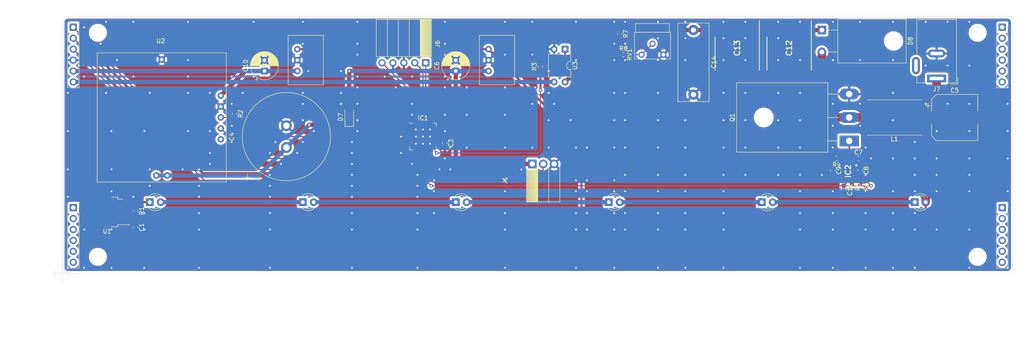
<source format=kicad_pcb>
(kicad_pcb (version 20171130) (host pcbnew "(5.1.6)-1")
  (layers (0 F.Cu signal) (31 B.Cu signal) (34 B.Paste user) (35 F.Paste user) (36 B.SilkS user) (37 F.SilkS user) (38 B.Mask user) (39 F.Mask user) (44 Edge.Cuts user))
  (net 0 "")
  (net 1 GND)
  (net 2 +5V)
  (net 3 +3V3)
  (net 4 "Net-(D4-Pad1)")
  (net 5 "Net-(D5-Pad1)")
  (net 6 /PGC)
  (net 7 /PGD)
  (net 8 /MCLR)
  (net 9 /HV)
  (net 10 /SER)
  (net 11 /SCK)
  (net 12 /RCK)
  (net 13 /BRT)
  (net 14 /RX)
  (net 15 /Pyro)
  (net 16 "Net-(D6-Pad1)")
  (net 17 "Net-(C11-Pad1)")
  (net 18 +200V)
  (net 19 "Net-(D1-Pad1)")
  (net 20 "Net-(D2-Pad1)")
  (net 21 "Net-(D3-Pad1)")
  (net 22 /LED)
  (net 23 EN)
  (net 24 "Net-(IC1-Pad21)")
  (net 25 "Net-(IC1-Pad20)")
  (net 26 "Net-(IC1-Pad19)")
  (net 27 "Net-(IC1-Pad18)")
  (net 28 "Net-(IC1-Pad6)")
  (net 29 "Net-(IC1-Pad4)")
  (net 30 "Net-(J3-Pad6)")
  (net 31 "Net-(J3-Pad5)")
  (net 32 "Net-(J3-Pad4)")
  (net 33 "Net-(J3-Pad3)")
  (net 34 "Net-(J3-Pad2)")
  (net 35 "Net-(J3-Pad1)")
  (net 36 "Net-(J4-Pad6)")
  (net 37 "Net-(J4-Pad5)")
  (net 38 "Net-(J4-Pad4)")
  (net 39 "Net-(J4-Pad3)")
  (net 40 "Net-(J4-Pad2)")
  (net 41 "Net-(J4-Pad1)")
  (net 42 "Net-(IC1-Pad23)")
  (net 43 "Net-(IC1-Pad7)")
  (net 44 "Net-(IC1-Pad28)")
  (net 45 "Net-(IC1-Pad22)")
  (net 46 "Net-(IC1-Pad27)")
  (net 47 +24V)
  (net 48 "Net-(C4-Pad1)")
  (net 49 "Net-(C7-Pad1)")
  (net 50 "Net-(C9-Pad1)")
  (net 51 "Net-(D8-Pad2)")
  (net 52 "Net-(IC1-Pad3)")
  (net 53 "Net-(IC1-Pad2)")
  (net 54 "Net-(IC1-Pad1)")
  (net 55 "Net-(IC2-Pad11)")
  (net 56 "Net-(IC2-Pad10)")
  (net 57 "Net-(IC2-Pad8)")
  (net 58 "Net-(IC2-Pad6)")
  (net 59 /power/GATE)
  (net 60 "Net-(J2-Pad6)")
  (net 61 "Net-(J2-Pad5)")
  (net 62 "Net-(J2-Pad4)")
  (net 63 "Net-(J2-Pad3)")
  (net 64 "Net-(J2-Pad2)")
  (net 65 "Net-(J2-Pad1)")
  (net 66 "Net-(J7-Pad3)")
  (net 67 "Net-(R1-Pad1)")
  (net 68 "Net-(R2-Pad2)")
  (net 69 "Net-(R3-Pad2)")
  (net 70 "Net-(R8-Pad2)")
  (net 71 "Net-(U2-Pad5)")
  (module Package_TO_SOT_THT:TO-247-3_Horizontal_TabDown (layer F.Cu) (at 182.88 -30.745 90)
    (fp_text reference Q1 (at 5.45 -27.15 90) (layer F.SilkS))
    (fp_text value TK31N60X)
    (pad "" np_thru_hole oval (at 5.45 -19.86 90) (size 3.6 3.6) (drill 3.6) (layers *.Cu *.Mask))
    (pad 1 thru_hole rect (at 0 0 90) (size 2.5 4.5) (drill 1.5) (layers *.Cu *.Mask) (net 59 /power/GATE))
    (pad 2 thru_hole oval (at 5.45 0 90) (size 2.5 4.5) (drill 1.5) (layers *.Cu *.Mask) (net 51 "Net-(D8-Pad2)"))
    (pad 3 thru_hole oval (at 10.9 0 90) (size 2.5 4.5) (drill 1.5) (layers *.Cu *.Mask) (net 1 GND))
  )
  (module Gentiana:M78AR-1 (layer F.Cu) (at 54.61 -49.53 270)
    (fp_text reference U5 hide)
    (fp_text value M78AR05-1)
    (pad 1 thru_hole circle (at -2.54 0 270) (size 1.524 1.524) (drill 0.762) (layers *.Cu *.Mask) (net 47 +24V))
    (pad 2 thru_hole circle (at 0 0 270) (size 1.524 1.524) (drill 0.762) (layers *.Cu *.Mask) (net 1 GND))
    (pad 3 thru_hole circle (at 2.54 0 270) (size 1.524 1.524) (drill 0.762) (layers *.Cu *.Mask) (net 2 +5V))
  )
  (module Gentiana:M78AR-1 (layer F.Cu) (at 99.06 -49.53 270)
    (fp_text reference U4 hide)
    (fp_text value M78AR033-1)
    (pad 3 thru_hole circle (at 2.54 0 270) (size 1.524 1.524) (drill 0.762) (layers *.Cu *.Mask) (net 3 +3V3))
    (pad 2 thru_hole circle (at 0 0 270) (size 1.524 1.524) (drill 0.762) (layers *.Cu *.Mask) (net 1 GND))
    (pad 1 thru_hole circle (at -2.54 0 270) (size 1.524 1.524) (drill 0.762) (layers *.Cu *.Mask) (net 47 +24V))
  )
  (module Package_DIP:DIP-4_W7.62mm (layer F.Cu) (at 116.84 -52.07 270)
    (fp_text reference U3 (at 3.81 -2.33 90) (layer F.SilkS))
    (fp_text value TLP627)
    (pad 4 thru_hole oval (at 7.62 0 270) (size 1.6 1.6) (drill 0.8) (layers *.Cu *.Mask) (net 18 +200V))
    (pad 2 thru_hole oval (at 0 2.54 270) (size 1.6 1.6) (drill 0.8) (layers *.Cu *.Mask) (net 1 GND))
    (pad 3 thru_hole oval (at 7.62 2.54 270) (size 1.6 1.6) (drill 0.8) (layers *.Cu *.Mask) (net 9 /HV))
    (pad 1 thru_hole rect (at 0 0 270) (size 1.6 1.6) (drill 0.8) (layers *.Cu *.Mask) (net 69 "Net-(R3-Pad2)"))
  )
  (module Gentiana:AE-GPS (layer F.Cu) (at 38.1 -51.195)
    (fp_text reference U2 (at -15.24 -2.78) (layer F.SilkS))
    (fp_text value AE-GPS)
    (pad 8 thru_hole circle (at -15 1.524) (size 1.524 1.524) (drill 0.762) (layers *.Cu *.Mask) (net 1 GND))
    (pad 3 thru_hole circle (at -1.27 15) (size 1.524 1.524) (drill 0.762) (layers *.Cu *.Mask) (net 68 "Net-(R2-Pad2)"))
    (pad 4 thru_hole circle (at -1.27 17.54) (size 1.524 1.524) (drill 0.762) (layers *.Cu *.Mask) (net 14 /RX))
    (pad 5 thru_hole circle (at -1.27 20.08) (size 1.524 1.524) (drill 0.762) (layers *.Cu *.Mask) (net 71 "Net-(U2-Pad5)"))
    (pad 6 thru_hole circle (at -13.73 28.476) (size 1.524 1.524) (drill 0.762) (layers *.Cu *.Mask) (net 48 "Net-(C4-Pad1)"))
    (pad 7 thru_hole circle (at -16.27 28.476 90) (size 1.524 1.524) (drill 0.762) (layers *.Cu *.Mask) (net 48 "Net-(C4-Pad1)"))
    (pad 2 thru_hole circle (at -1.27 12.46) (size 1.524 1.524) (drill 0.762) (layers *.Cu *.Mask) (net 1 GND))
    (pad 1 thru_hole circle (at -1.27 9.92) (size 1.524 1.524) (drill 0.762) (layers *.Cu *.Mask) (net 2 +5V))
  )
  (module Package_TO_SOT_SMD:TO-252-5_TabPin3 (layer F.Cu) (at 10.405 -14.23 180)
    (fp_text reference U1 (at 0 -4.5) (layer F.SilkS))
    (fp_text value NJW4617)
    (pad 1 smd rect (at -4.2 -2.28 180) (size 2.2 0.8) (layers F.Cu F.Paste F.Mask) (net 47 +24V))
    (pad 2 smd rect (at -4.2 -1.14 180) (size 2.2 0.8) (layers F.Cu F.Paste F.Mask) (net 22 /LED))
    (pad 3 smd rect (at -4.2 0 180) (size 2.2 0.8) (layers F.Cu F.Paste F.Mask) (net 1 GND))
    (pad 4 smd rect (at -4.2 1.14 180) (size 2.2 0.8) (layers F.Cu F.Paste F.Mask) (net 67 "Net-(R1-Pad1)"))
    (pad 5 smd rect (at -4.2 2.28 180) (size 2.2 0.8) (layers F.Cu F.Paste F.Mask) (net 16 "Net-(D6-Pad1)"))
    (pad 3 smd rect (at 2.1 0 180) (size 6.4 5.8) (layers F.Cu F.Mask) (net 1 GND))
  )
  (module Potentiometer_THT:Potentiometer_Bourns_3339W_Horizontal (layer F.Cu) (at 134.62 -50.8 90)
    (fp_text reference RV1 (at 0 -2.775 90) (layer F.SilkS))
    (fp_text value 4.7k)
    (pad 1 thru_hole circle (at 0 0 90) (size 1.44 1.44) (drill 0.8) (layers *.Cu *.Mask) (net 70 "Net-(R8-Pad2)"))
    (pad 2 thru_hole circle (at 2.54 2.54 90) (size 1.44 1.44) (drill 0.8) (layers *.Cu *.Mask) (net 70 "Net-(R8-Pad2)"))
    (pad 3 thru_hole circle (at 0 5.08 90) (size 1.44 1.44) (drill 0.8) (layers *.Cu *.Mask) (net 1 GND))
  )
  (module Resistor_SMD:R_0603_1608Metric_Pad1.05x0.95mm_HandSolder (layer F.Cu) (at 130.415 -50.8)
    (fp_text reference R8 (at 0 -1.43) (layer F.SilkS))
    (fp_text value 10k)
    (pad 2 smd roundrect (at 0.875 0) (size 1.05 0.95) (layers F.Cu F.Paste F.Mask) (net 70 "Net-(R8-Pad2)"))
    (pad 1 smd roundrect (at -0.875 0) (size 1.05 0.95) (layers F.Cu F.Paste F.Mask) (net 57 "Net-(IC2-Pad8)"))
  )
  (module Resistor_SMD:R_0603_1608Metric_Pad1.05x0.95mm_HandSolder (layer F.Cu) (at 129.54 -55.64 270)
    (fp_text reference R7 (at 0 -1.43 90) (layer F.SilkS))
    (fp_text value 2M)
    (pad 2 smd roundrect (at 0.875 0 270) (size 1.05 0.95) (layers F.Cu F.Paste F.Mask) (net 57 "Net-(IC2-Pad8)"))
    (pad 1 smd roundrect (at -0.875 0 270) (size 1.05 0.95) (layers F.Cu F.Paste F.Mask) (net 18 +200V))
  )
  (module Resistor_SMD:R_0603_1608Metric_Pad1.05x0.95mm_HandSolder (layer F.Cu) (at 185.42 -20.08 270)
    (fp_text reference R6 (at 0 -1.43 90) (layer F.SilkS))
    (fp_text value 10k)
    (pad 2 smd roundrect (at 0.875 0 270) (size 1.05 0.95) (layers F.Cu F.Paste F.Mask) (net 1 GND))
    (pad 1 smd roundrect (at -0.875 0 270) (size 1.05 0.95) (layers F.Cu F.Paste F.Mask) (net 23 EN))
  )
  (module Resistor_SMD:R_0603_1608Metric_Pad1.05x0.95mm_HandSolder (layer F.Cu) (at 183.515 -20.08 270)
    (fp_text reference R5 (at 0 -1.43 90) (layer F.SilkS))
    (fp_text value 43k)
    (pad 2 smd roundrect (at 0.875 0 270) (size 1.05 0.95) (layers F.Cu F.Paste F.Mask) (net 1 GND))
    (pad 1 smd roundrect (at -0.875 0 270) (size 1.05 0.95) (layers F.Cu F.Paste F.Mask) (net 56 "Net-(IC2-Pad10)"))
  )
  (module Resistor_SMD:R_0603_1608Metric_Pad1.05x0.95mm_HandSolder (layer F.Cu) (at 179.945 -26.67 180)
    (fp_text reference R4 (at 0 -1.43) (layer F.SilkS))
    (fp_text value 12k)
    (pad 2 smd roundrect (at 0.875 0 180) (size 1.05 0.95) (layers F.Cu F.Paste F.Mask) (net 50 "Net-(C9-Pad1)"))
    (pad 1 smd roundrect (at -0.875 0 180) (size 1.05 0.95) (layers F.Cu F.Paste F.Mask) (net 58 "Net-(IC2-Pad6)"))
  )
  (module Resistor_SMD:R_0603_1608Metric_Pad1.05x0.95mm_HandSolder (layer F.Cu) (at 111.125 -48.02 90)
    (fp_text reference R3 (at 0 -1.43 90) (layer F.SilkS))
    (fp_text value 300)
    (pad 2 smd roundrect (at 0.875 0 90) (size 1.05 0.95) (layers F.Cu F.Paste F.Mask) (net 69 "Net-(R3-Pad2)"))
    (pad 1 smd roundrect (at -0.875 0 90) (size 1.05 0.95) (layers F.Cu F.Paste F.Mask) (net 13 /BRT))
  )
  (module Resistor_SMD:R_0603_1608Metric_Pad1.05x0.95mm_HandSolder (layer F.Cu) (at 40.005 -37.07 270)
    (fp_text reference R2 (at 0 -1.43 90) (layer F.SilkS))
    (fp_text value 10k)
    (pad 2 smd roundrect (at 0.875 0 270) (size 1.05 0.95) (layers F.Cu F.Paste F.Mask) (net 68 "Net-(R2-Pad2)"))
    (pad 1 smd roundrect (at -0.875 0 270) (size 1.05 0.95) (layers F.Cu F.Paste F.Mask) (net 3 +3V3))
  )
  (module Resistor_SMD:R_0603_1608Metric_Pad1.05x0.95mm_HandSolder (layer F.Cu) (at 17.018 -14.492 270)
    (fp_text reference R1 (at 0 -1.43 90) (layer F.SilkS))
    (fp_text value 20)
    (pad 2 smd roundrect (at 0.875 0 270) (size 1.05 0.95) (layers F.Cu F.Paste F.Mask) (net 1 GND))
    (pad 1 smd roundrect (at -0.875 0 270) (size 1.05 0.95) (layers F.Cu F.Paste F.Mask) (net 67 "Net-(R1-Pad1)"))
  )
  (module Gentiana:L_Taiyo-Yuden_NR-80xx_HandSoldering (layer F.Cu) (at 193.4 -36.195 180)
    (fp_text reference L1 (at 0 -5) (layer F.SilkS))
    (fp_text value 22u)
    (pad 2 smd rect (at 4.72 0 180) (size 3.1 7.7) (layers F.Cu F.Paste F.Mask) (net 51 "Net-(D8-Pad2)"))
    (pad 1 smd rect (at -4.72 0 180) (size 3.1 7.7) (layers F.Cu F.Paste F.Mask) (net 47 +24V))
  )
  (module Connector_BarrelJack:BarrelJack_Wuerth_6941xx301002 (layer F.Cu) (at 203.2 -45.26 180)
    (fp_text reference J7 (at 0 -2.5) (layer F.SilkS))
    (fp_text value Barrel_Jack_Switch)
    (pad 1 thru_hole rect (at 0 0 180) (size 4.4 1.8) (drill oval 3.4 0.8) (layers *.Cu *.Mask) (net 47 +24V))
    (pad 2 thru_hole oval (at 0 5.8 180) (size 4 1.8) (drill oval 3 0.8) (layers *.Cu *.Mask) (net 1 GND))
    (pad 3 thru_hole oval (at 4.8 3 270) (size 4 1.8) (drill oval 3 0.8) (layers *.Cu *.Mask) (net 66 "Net-(J7-Pad3)"))
  )
  (module Connector_PinSocket_2.54mm:PinSocket_1x05_P2.54mm_Horizontal (layer F.Cu) (at 84.455 -48.895 270)
    (fp_text reference J6 (at -4.38 -2.77 90) (layer F.SilkS))
    (fp_text value ICSP)
    (pad 5 thru_hole oval (at 0 10.16 270) (size 1.7 1.7) (drill 1) (layers *.Cu *.Mask) (net 8 /MCLR))
    (pad 4 thru_hole oval (at 0 7.62 270) (size 1.7 1.7) (drill 1) (layers *.Cu *.Mask) (net 3 +3V3))
    (pad 3 thru_hole oval (at 0 5.08 270) (size 1.7 1.7) (drill 1) (layers *.Cu *.Mask) (net 1 GND))
    (pad 2 thru_hole oval (at 0 2.54 270) (size 1.7 1.7) (drill 1) (layers *.Cu *.Mask) (net 7 /PGD))
    (pad 1 thru_hole rect (at 0 0 270) (size 1.7 1.7) (drill 1) (layers *.Cu *.Mask) (net 6 /PGC))
  )
  (module Gentiana:SB412A (layer F.Cu) (at 111.76 -25.4 90)
    (fp_text reference J1 (at -3.81 -8.89 90) (layer F.SilkS))
    (fp_text value SB412A)
    (pad 3 thru_hole circle (at 0 2.54 90) (size 2 2) (drill 1.2) (layers *.Cu *.Mask) (net 1 GND))
    (pad 2 thru_hole circle (at 0 0 90) (size 2 2) (drill 1.2) (layers *.Cu *.Mask) (net 15 /Pyro))
    (pad 1 thru_hole rect (at 0 -2.54 90) (size 2 2) (drill 1.2) (layers *.Cu *.Mask) (net 3 +3V3))
  )
  (module SamacSys_Parts:SON50P200X300X80-13N (layer F.Cu) (at 182.63 -23.715 270)
    (fp_text reference IC2 (at 0 0 90) (layer F.SilkS) (effects (font (size 1.27 1.27) (thickness 0.254))))
    (fp_text value LM51551DSSR hide)
    (pad 13 smd rect (at 0 0 270) (size 1.1 2.75) (layers F.Cu F.Paste F.Mask) (net 1 GND))
    (pad 12 smd rect (at 1.05 -1.25) (size 0.3 0.65) (layers F.Cu F.Paste F.Mask) (net 23 EN))
    (pad 11 smd rect (at 1.05 -0.75) (size 0.3 0.65) (layers F.Cu F.Paste F.Mask) (net 55 "Net-(IC2-Pad11)"))
    (pad 10 smd rect (at 1.05 -0.25) (size 0.3 0.65) (layers F.Cu F.Paste F.Mask) (net 56 "Net-(IC2-Pad10)"))
    (pad 9 smd rect (at 1.05 0.25) (size 0.3 0.65) (layers F.Cu F.Paste F.Mask) (net 17 "Net-(C11-Pad1)"))
    (pad 8 smd rect (at 1.05 0.75) (size 0.3 0.65) (layers F.Cu F.Paste F.Mask) (net 57 "Net-(IC2-Pad8)"))
    (pad 7 smd rect (at 1.05 1.25) (size 0.3 0.65) (layers F.Cu F.Paste F.Mask) (net 1 GND))
    (pad 6 smd rect (at -1.05 1.25) (size 0.3 0.65) (layers F.Cu F.Paste F.Mask) (net 58 "Net-(IC2-Pad6)"))
    (pad 5 smd rect (at -1.05 0.75) (size 0.3 0.65) (layers F.Cu F.Paste F.Mask) (net 1 GND))
    (pad 4 smd rect (at -1.05 0.25) (size 0.3 0.65) (layers F.Cu F.Paste F.Mask) (net 1 GND))
    (pad 3 smd rect (at -1.05 -0.25) (size 0.3 0.65) (layers F.Cu F.Paste F.Mask) (net 59 /power/GATE))
    (pad 2 smd rect (at -1.05 -0.75) (size 0.3 0.65) (layers F.Cu F.Paste F.Mask) (net 49 "Net-(C7-Pad1)"))
    (pad 1 smd rect (at -1.05 -1.25) (size 0.3 0.65) (layers F.Cu F.Paste F.Mask) (net 47 +24V))
  )
  (module Package_DFN_QFN:QFN-28-1EP_6x6mm_P0.65mm_EP4.25x4.25mm (layer F.Cu) (at 83.805 -31.765)
    (fp_text reference IC1 (at 0 -4.3) (layer F.SilkS))
    (fp_text value PIC18F27Q10T-I_ML)
    (pad 29 smd rect (at 0 0) (size 4.25 4.25) (layers F.Cu F.Mask) (net 1 GND))
    (pad 28 smd roundrect (at -1.95 -2.8375) (size 0.3 1.025) (layers F.Cu F.Paste F.Mask) (net 44 "Net-(IC1-Pad28)"))
    (pad 27 smd roundrect (at -1.3 -2.8375) (size 0.3 1.025) (layers F.Cu F.Paste F.Mask) (net 46 "Net-(IC1-Pad27)"))
    (pad 26 smd roundrect (at -0.65 -2.8375) (size 0.3 1.025) (layers F.Cu F.Paste F.Mask) (net 8 /MCLR))
    (pad 25 smd roundrect (at 0 -2.8375) (size 0.3 1.025) (layers F.Cu F.Paste F.Mask) (net 7 /PGD))
    (pad 24 smd roundrect (at 0.65 -2.8375) (size 0.3 1.025) (layers F.Cu F.Paste F.Mask) (net 6 /PGC))
    (pad 23 smd roundrect (at 1.3 -2.8375) (size 0.3 1.025) (layers F.Cu F.Paste F.Mask) (net 42 "Net-(IC1-Pad23)"))
    (pad 22 smd roundrect (at 1.95 -2.8375) (size 0.3 1.025) (layers F.Cu F.Paste F.Mask) (net 45 "Net-(IC1-Pad22)"))
    (pad 21 smd roundrect (at 2.8375 -1.95) (size 1.025 0.3) (layers F.Cu F.Paste F.Mask) (net 24 "Net-(IC1-Pad21)"))
    (pad 20 smd roundrect (at 2.8375 -1.3) (size 1.025 0.3) (layers F.Cu F.Paste F.Mask) (net 25 "Net-(IC1-Pad20)"))
    (pad 19 smd roundrect (at 2.8375 -0.65) (size 1.025 0.3) (layers F.Cu F.Paste F.Mask) (net 26 "Net-(IC1-Pad19)"))
    (pad 18 smd roundrect (at 2.8375 0) (size 1.025 0.3) (layers F.Cu F.Paste F.Mask) (net 27 "Net-(IC1-Pad18)"))
    (pad 17 smd roundrect (at 2.8375 0.65) (size 1.025 0.3) (layers F.Cu F.Paste F.Mask) (net 3 +3V3))
    (pad 16 smd roundrect (at 2.8375 1.3) (size 1.025 0.3) (layers F.Cu F.Paste F.Mask) (net 1 GND))
    (pad 15 smd roundrect (at 2.8375 1.95) (size 1.025 0.3) (layers F.Cu F.Paste F.Mask) (net 13 /BRT))
    (pad 14 smd roundrect (at 1.95 2.8375) (size 0.3 1.025) (layers F.Cu F.Paste F.Mask) (net 15 /Pyro))
    (pad 13 smd roundrect (at 1.3 2.8375) (size 0.3 1.025) (layers F.Cu F.Paste F.Mask) (net 23 EN))
    (pad 12 smd roundrect (at 0.65 2.8375) (size 0.3 1.025) (layers F.Cu F.Paste F.Mask) (net 22 /LED))
    (pad 11 smd roundrect (at 0 2.8375) (size 0.3 1.025) (layers F.Cu F.Paste F.Mask) (net 10 /SER))
    (pad 10 smd roundrect (at -0.65 2.8375) (size 0.3 1.025) (layers F.Cu F.Paste F.Mask) (net 11 /SCK))
    (pad 9 smd roundrect (at -1.3 2.8375) (size 0.3 1.025) (layers F.Cu F.Paste F.Mask) (net 12 /RCK))
    (pad 8 smd roundrect (at -1.95 2.8375) (size 0.3 1.025) (layers F.Cu F.Paste F.Mask) (net 14 /RX))
    (pad 7 smd roundrect (at -2.8375 1.95) (size 1.025 0.3) (layers F.Cu F.Paste F.Mask) (net 43 "Net-(IC1-Pad7)"))
    (pad 6 smd roundrect (at -2.8375 1.3) (size 1.025 0.3) (layers F.Cu F.Paste F.Mask) (net 28 "Net-(IC1-Pad6)"))
    (pad 5 smd roundrect (at -2.8375 0.65) (size 1.025 0.3) (layers F.Cu F.Paste F.Mask) (net 1 GND))
    (pad 4 smd roundrect (at -2.8375 0) (size 1.025 0.3) (layers F.Cu F.Paste F.Mask) (net 29 "Net-(IC1-Pad4)"))
    (pad 3 smd roundrect (at -2.8375 -0.65) (size 1.025 0.3) (layers F.Cu F.Paste F.Mask) (net 52 "Net-(IC1-Pad3)"))
    (pad 2 smd roundrect (at -2.8375 -1.3) (size 1.025 0.3) (layers F.Cu F.Paste F.Mask) (net 53 "Net-(IC1-Pad2)"))
    (pad 1 smd roundrect (at -2.8375 -1.95) (size 1.025 0.3) (layers F.Cu F.Paste F.Mask) (net 54 "Net-(IC1-Pad1)"))
  )
  (module Package_TO_SOT_THT:TO-220-2_Horizontal_TabDown (layer F.Cu) (at 176.53 -56.515 270)
    (fp_text reference D8 (at 2.54 -20.58 90) (layer F.SilkS))
    (fp_text value SCS206AG)
    (pad "" np_thru_hole oval (at 2.54 -16.66 270) (size 3.5 3.5) (drill 3.5) (layers *.Cu *.Mask))
    (pad 1 thru_hole rect (at 0 0 270) (size 2 2) (drill 1.1) (layers *.Cu *.Mask) (net 18 +200V))
    (pad 2 thru_hole oval (at 5.08 0 270) (size 2 2) (drill 1.1) (layers *.Cu *.Mask) (net 51 "Net-(D8-Pad2)"))
  )
  (module Gentiana:SOD-123FL (layer F.Cu) (at 66.675 -36.3 90)
    (fp_text reference D7 (at 0 -2 90) (layer F.SilkS))
    (fp_text value SS2040FL)
    (pad 1 smd rect (at -1.8 0 90) (size 1.5 1.1) (layers F.Cu F.Paste F.Mask) (net 48 "Net-(C4-Pad1)"))
    (pad 2 smd rect (at 1.8 0 90) (size 1.5 1.1) (layers F.Cu F.Paste F.Mask) (net 3 +3V3))
  )
  (module Capacitor_THT:C_Rect_L18.0mm_W7.0mm_P15.00mm_FKS3_FKP3 (layer F.Cu) (at 146.685 -56.515 270)
    (fp_text reference C14 (at 7.5 -4.75 90) (layer F.SilkS))
    (fp_text value 0.1u)
    (pad 2 thru_hole circle (at 15 0 270) (size 2.4 2.4) (drill 1.2) (layers *.Cu *.Mask) (net 1 GND))
    (pad 1 thru_hole circle (at 0 0 270) (size 2.4 2.4) (drill 1.2) (layers *.Cu *.Mask) (net 18 +200V))
  )
  (module SamacSys_Parts:CAPAE1030X1100N (layer F.Cu) (at 156.845 -52.315 270)
    (fp_text reference C13 (at 0 0 90) (layer F.SilkS) (effects (font (size 1.27 1.27) (thickness 0.254))))
    (fp_text value ULR2G8R2MNL1GS hide)
    (pad 2 smd rect (at 4.2 0) (size 2.15 4.3) (layers F.Cu F.Paste F.Mask) (net 1 GND))
    (pad 1 smd rect (at -4.2 0) (size 2.15 4.3) (layers F.Cu F.Paste F.Mask) (net 18 +200V))
  )
  (module SamacSys_Parts:CAPAE1030X1100N (layer F.Cu) (at 168.91 -52.315 270)
    (fp_text reference C12 (at 0 0 90) (layer F.SilkS) (effects (font (size 1.27 1.27) (thickness 0.254))))
    (fp_text value ULR2G8R2MNL1GS hide)
    (pad 2 smd rect (at 4.2 0) (size 2.15 4.3) (layers F.Cu F.Paste F.Mask) (net 1 GND))
    (pad 1 smd rect (at -4.2 0) (size 2.15 4.3) (layers F.Cu F.Paste F.Mask) (net 18 +200V))
  )
  (module Capacitor_SMD:C_0603_1608Metric_Pad1.05x0.95mm_HandSolder (layer F.Cu) (at 181.61 -19.445 270)
    (fp_text reference C11 (at 0 -1.43 90) (layer F.SilkS))
    (fp_text value 0.22u)
    (pad 2 smd roundrect (at 0.875 0 270) (size 1.05 0.95) (layers F.Cu F.Paste F.Mask) (net 1 GND))
    (pad 1 smd roundrect (at -0.875 0 270) (size 1.05 0.95) (layers F.Cu F.Paste F.Mask) (net 17 "Net-(C11-Pad1)"))
  )
  (module Capacitor_THT:CP_Radial_D6.3mm_P2.50mm (layer F.Cu) (at 46.99 -46.99 90)
    (fp_text reference C10 (at 1.25 -4.4 90) (layer F.SilkS))
    (fp_text value 100u)
    (pad 2 thru_hole circle (at 2.5 0 90) (size 1.6 1.6) (drill 0.8) (layers *.Cu *.Mask) (net 1 GND))
    (pad 1 thru_hole rect (at 0 0 90) (size 1.6 1.6) (drill 0.8) (layers *.Cu *.Mask) (net 2 +5V))
  )
  (module Capacitor_SMD:C_0603_1608Metric_Pad1.05x0.95mm_HandSolder (layer F.Cu) (at 179.07 -23.89 270)
    (fp_text reference C9 (at 0 -1.43 90) (layer F.SilkS))
    (fp_text value 0.022u)
    (pad 2 smd roundrect (at 0.875 0 270) (size 1.05 0.95) (layers F.Cu F.Paste F.Mask) (net 1 GND))
    (pad 1 smd roundrect (at -0.875 0 270) (size 1.05 0.95) (layers F.Cu F.Paste F.Mask) (net 50 "Net-(C9-Pad1)"))
  )
  (module Capacitor_SMD:C_0603_1608Metric_Pad1.05x0.95mm_HandSolder (layer F.Cu) (at 185.42 -23.89 270)
    (fp_text reference C8 (at 0 -1.43 90) (layer F.SilkS))
    (fp_text value 10u)
    (pad 2 smd roundrect (at 0.875 0 270) (size 1.05 0.95) (layers F.Cu F.Paste F.Mask) (net 1 GND))
    (pad 1 smd roundrect (at -0.875 0 270) (size 1.05 0.95) (layers F.Cu F.Paste F.Mask) (net 47 +24V))
  )
  (module Capacitor_SMD:C_0603_1608Metric_Pad1.05x0.95mm_HandSolder (layer F.Cu) (at 185.025 -26.67)
    (fp_text reference C7 (at 0 -1.43) (layer F.SilkS))
    (fp_text value 1u)
    (pad 2 smd roundrect (at 0.875 0) (size 1.05 0.95) (layers F.Cu F.Paste F.Mask) (net 1 GND))
    (pad 1 smd roundrect (at -0.875 0) (size 1.05 0.95) (layers F.Cu F.Paste F.Mask) (net 49 "Net-(C7-Pad1)"))
  )
  (module Capacitor_THT:CP_Radial_D6.3mm_P2.50mm (layer F.Cu) (at 91.44 -46.99 90)
    (fp_text reference C6 (at 1.25 -4.4 90) (layer F.SilkS))
    (fp_text value 100u)
    (pad 2 thru_hole circle (at 2.5 0 90) (size 1.6 1.6) (drill 0.8) (layers *.Cu *.Mask) (net 1 GND))
    (pad 1 thru_hole rect (at 0 0 90) (size 1.6 1.6) (drill 0.8) (layers *.Cu *.Mask) (net 3 +3V3))
  )
  (module Capacitor_SMD:CP_Elec_10x10.5 (layer F.Cu) (at 207.4 -36.195)
    (fp_text reference C5 (at 0 -6.3) (layer F.SilkS))
    (fp_text value 100u)
    (pad 2 smd roundrect (at 4.2 0) (size 4.4 2.5) (layers F.Cu F.Paste F.Mask) (roundrect_rratio 0.1) (net 1 GND))
    (pad 1 smd roundrect (at -4.2 0) (size 4.4 2.5) (layers F.Cu F.Paste F.Mask) (roundrect_rratio 0.1) (net 47 +24V))
  )
  (module Gentiana:EDLC (layer F.Cu) (at 52.07 -31.75 90)
    (fp_text reference C4 (at 0 -12.7 90) (layer F.SilkS))
    (fp_text value 1.5F)
    (pad 2 thru_hole circle (at 2.54 0 90) (size 2.5 2.5) (drill 1.5) (layers *.Cu *.Mask) (net 1 GND))
    (pad 1 thru_hole circle (at -2.54 0 90) (size 2.5 2.5) (drill 1.5) (layers *.Cu *.Mask) (net 48 "Net-(C4-Pad1)"))
  )
  (module Capacitor_SMD:C_0603_1608Metric_Pad1.05x0.95mm_HandSolder (layer F.Cu) (at 88.9 -30.24 270)
    (fp_text reference C3 (at 0 -1.43 90) (layer F.SilkS))
    (fp_text value 0.1u)
    (pad 2 smd roundrect (at 0.875 0 270) (size 1.05 0.95) (layers F.Cu F.Paste F.Mask) (net 1 GND))
    (pad 1 smd roundrect (at -0.875 0 270) (size 1.05 0.95) (layers F.Cu F.Paste F.Mask) (net 3 +3V3))
  )
  (module Capacitor_SMD:C_0603_1608Metric_Pad1.05x0.95mm_HandSolder (layer F.Cu) (at 17.018 -10.682 270)
    (fp_text reference C1 (at 0 -1.43 90) (layer F.SilkS))
    (fp_text value 0.1u)
    (pad 2 smd roundrect (at 0.875 0 270) (size 1.05 0.95) (layers F.Cu F.Paste F.Mask) (net 1 GND))
    (pad 1 smd roundrect (at -0.875 0 270) (size 1.05 0.95) (layers F.Cu F.Paste F.Mask) (net 47 +24V))
  )
  (module MountingHole:MountingHole_3.2mm_M3 (layer F.Cu) (at 8.255 -55.88)
    (fp_text reference REF** hide)
    (fp_text value MountingHole_3.2mm_M3)
    (pad 1 np_thru_hole circle (at 0 0) (size 3.2 3.2) (drill 3.2) (layers *.Cu *.Mask))
  )
  (module LED_THT:LED_D3.0mm_Clear (layer F.Cu) (at 127 -16.51)
    (fp_text reference D3 hide)
    (fp_text value LED)
    (pad 2 thru_hole circle (at 2.54 0) (size 1.8 1.8) (drill 0.9) (layers *.Cu *.Mask) (net 20 "Net-(D2-Pad1)"))
    (pad 1 thru_hole rect (at 0 0) (size 1.8 1.8) (drill 0.9) (layers *.Cu *.Mask) (net 21 "Net-(D3-Pad1)"))
  )
  (module Connector_PinSocket_2.54mm:PinSocket_1x06_P2.54mm_Vertical (layer F.Cu) (at 218.44 -15.24)
    (fp_text reference J3 hide)
    (fp_text value Conn_01x06)
    (pad 6 thru_hole oval (at 0 12.7) (size 1.7 1.7) (drill 1) (layers *.Cu *.Mask) (net 30 "Net-(J3-Pad6)"))
    (pad 5 thru_hole oval (at 0 10.16) (size 1.7 1.7) (drill 1) (layers *.Cu *.Mask) (net 31 "Net-(J3-Pad5)"))
    (pad 4 thru_hole oval (at 0 7.62) (size 1.7 1.7) (drill 1) (layers *.Cu *.Mask) (net 32 "Net-(J3-Pad4)"))
    (pad 3 thru_hole oval (at 0 5.08) (size 1.7 1.7) (drill 1) (layers *.Cu *.Mask) (net 33 "Net-(J3-Pad3)"))
    (pad 2 thru_hole oval (at 0 2.54) (size 1.7 1.7) (drill 1) (layers *.Cu *.Mask) (net 34 "Net-(J3-Pad2)"))
    (pad 1 thru_hole rect (at 0 0) (size 1.7 1.7) (drill 1) (layers *.Cu *.Mask) (net 35 "Net-(J3-Pad1)"))
  )
  (module Connector_PinSocket_2.54mm:PinSocket_1x06_P2.54mm_Vertical (layer F.Cu) (at 2.54 -57.15)
    (fp_text reference J5 hide)
    (fp_text value Conn_01x06)
    (pad 6 thru_hole oval (at 0 12.7) (size 1.7 1.7) (drill 1) (layers *.Cu *.Mask) (net 9 /HV))
    (pad 5 thru_hole oval (at 0 10.16) (size 1.7 1.7) (drill 1) (layers *.Cu *.Mask) (net 2 +5V))
    (pad 4 thru_hole oval (at 0 7.62) (size 1.7 1.7) (drill 1) (layers *.Cu *.Mask) (net 1 GND))
    (pad 3 thru_hole oval (at 0 5.08) (size 1.7 1.7) (drill 1) (layers *.Cu *.Mask) (net 10 /SER))
    (pad 2 thru_hole oval (at 0 2.54) (size 1.7 1.7) (drill 1) (layers *.Cu *.Mask) (net 11 /SCK))
    (pad 1 thru_hole rect (at 0 0) (size 1.7 1.7) (drill 1) (layers *.Cu *.Mask) (net 12 /RCK))
  )
  (module LED_THT:LED_D3.0mm_Clear (layer F.Cu) (at 198.12 -16.51)
    (fp_text reference D1 hide)
    (fp_text value LED)
    (pad 2 thru_hole circle (at 2.54 0) (size 1.8 1.8) (drill 0.9) (layers *.Cu *.Mask) (net 47 +24V))
    (pad 1 thru_hole rect (at 0 0) (size 1.8 1.8) (drill 0.9) (layers *.Cu *.Mask) (net 19 "Net-(D1-Pad1)"))
  )
  (module MountingHole:MountingHole_3.2mm_M3 (layer F.Cu) (at 212.725 -3.81)
    (fp_text reference REF** hide)
    (fp_text value MountingHole_3.2mm_M3)
    (pad 1 np_thru_hole circle (at 0 0) (size 3.2 3.2) (drill 3.2) (layers *.Cu *.Mask))
  )
  (module MountingHole:MountingHole_3.2mm_M3 (layer F.Cu) (at 212.725 -55.88)
    (fp_text reference REF** hide)
    (fp_text value MountingHole_3.2mm_M3)
    (pad 1 np_thru_hole circle (at 0 0) (size 3.2 3.2) (drill 3.2) (layers *.Cu *.Mask))
  )
  (module LED_THT:LED_D3.0mm_Clear (layer F.Cu) (at 91.44 -16.51)
    (fp_text reference D4 hide)
    (fp_text value LED)
    (pad 2 thru_hole circle (at 2.54 0) (size 1.8 1.8) (drill 0.9) (layers *.Cu *.Mask) (net 21 "Net-(D3-Pad1)"))
    (pad 1 thru_hole rect (at 0 0) (size 1.8 1.8) (drill 0.9) (layers *.Cu *.Mask) (net 4 "Net-(D4-Pad1)"))
  )
  (module LED_THT:LED_D3.0mm_Clear (layer F.Cu) (at 20.32 -16.51)
    (fp_text reference D6 hide)
    (fp_text value LED)
    (pad 2 thru_hole circle (at 2.54 0) (size 1.8 1.8) (drill 0.9) (layers *.Cu *.Mask) (net 5 "Net-(D5-Pad1)"))
    (pad 1 thru_hole rect (at 0 0) (size 1.8 1.8) (drill 0.9) (layers *.Cu *.Mask) (net 16 "Net-(D6-Pad1)"))
  )
  (module MountingHole:MountingHole_3.2mm_M3 (layer F.Cu) (at 8.255 -3.81)
    (fp_text reference REF** hide)
    (fp_text value MountingHole_3.2mm_M3)
    (pad 1 np_thru_hole circle (at 0 0) (size 3.2 3.2) (drill 3.2) (layers *.Cu *.Mask))
  )
  (module LED_THT:LED_D3.0mm_Clear (layer F.Cu) (at 55.88 -16.51)
    (fp_text reference D5 hide)
    (fp_text value LED)
    (pad 2 thru_hole circle (at 2.54 0) (size 1.8 1.8) (drill 0.9) (layers *.Cu *.Mask) (net 4 "Net-(D4-Pad1)"))
    (pad 1 thru_hole rect (at 0 0) (size 1.8 1.8) (drill 0.9) (layers *.Cu *.Mask) (net 5 "Net-(D5-Pad1)"))
  )
  (module LED_THT:LED_D3.0mm_Clear (layer F.Cu) (at 162.56 -16.51)
    (fp_text reference D2 hide)
    (fp_text value LED)
    (pad 2 thru_hole circle (at 2.54 0) (size 1.8 1.8) (drill 0.9) (layers *.Cu *.Mask) (net 19 "Net-(D1-Pad1)"))
    (pad 1 thru_hole rect (at 0 0) (size 1.8 1.8) (drill 0.9) (layers *.Cu *.Mask) (net 20 "Net-(D2-Pad1)"))
  )
  (module Connector_PinSocket_2.54mm:PinSocket_1x06_P2.54mm_Vertical (layer F.Cu) (at 2.54 -15.24)
    (fp_text reference J4 hide)
    (fp_text value Conn_01x06)
    (pad 6 thru_hole oval (at 0 12.7) (size 1.7 1.7) (drill 1) (layers *.Cu *.Mask) (net 36 "Net-(J4-Pad6)"))
    (pad 5 thru_hole oval (at 0 10.16) (size 1.7 1.7) (drill 1) (layers *.Cu *.Mask) (net 37 "Net-(J4-Pad5)"))
    (pad 4 thru_hole oval (at 0 7.62) (size 1.7 1.7) (drill 1) (layers *.Cu *.Mask) (net 38 "Net-(J4-Pad4)"))
    (pad 3 thru_hole oval (at 0 5.08) (size 1.7 1.7) (drill 1) (layers *.Cu *.Mask) (net 39 "Net-(J4-Pad3)"))
    (pad 2 thru_hole oval (at 0 2.54) (size 1.7 1.7) (drill 1) (layers *.Cu *.Mask) (net 40 "Net-(J4-Pad2)"))
    (pad 1 thru_hole rect (at 0 0) (size 1.7 1.7) (drill 1) (layers *.Cu *.Mask) (net 41 "Net-(J4-Pad1)"))
  )
  (module Connector_PinSocket_2.54mm:PinSocket_1x06_P2.54mm_Vertical (layer F.Cu) (at 218.44 -57.15)
    (fp_text reference J2 hide)
    (fp_text value Conn_01x06)
    (pad 6 thru_hole oval (at 0 12.7) (size 1.7 1.7) (drill 1) (layers *.Cu *.Mask) (net 60 "Net-(J2-Pad6)"))
    (pad 5 thru_hole oval (at 0 10.16) (size 1.7 1.7) (drill 1) (layers *.Cu *.Mask) (net 61 "Net-(J2-Pad5)"))
    (pad 4 thru_hole oval (at 0 7.62) (size 1.7 1.7) (drill 1) (layers *.Cu *.Mask) (net 62 "Net-(J2-Pad4)"))
    (pad 3 thru_hole oval (at 0 5.08) (size 1.7 1.7) (drill 1) (layers *.Cu *.Mask) (net 63 "Net-(J2-Pad3)"))
    (pad 2 thru_hole oval (at 0 2.54) (size 1.7 1.7) (drill 1) (layers *.Cu *.Mask) (net 64 "Net-(J2-Pad2)"))
    (pad 1 thru_hole rect (at 0 0) (size 1.7 1.7) (drill 1) (layers *.Cu *.Mask) (net 65 "Net-(J2-Pad1)"))
  )
  (target plus (at 0 0) (size 5) (width 0.05) (layer Edge.Cuts))
  (gr_line (start 220.98 -1.27) (end 220.98 -58.42) (layer Edge.Cuts) (width 0.05))
  (gr_line (start 0 -1.27) (end 0 -58.42) (layer Edge.Cuts) (width 0.05))
  (gr_arc (start 219.71 -58.42) (end 220.98 -58.42) (angle -90) (layer Edge.Cuts) (width 0.05))
  (gr_line (start 219.71 0) (end 1.27 0) (layer Edge.Cuts) (width 0.05))
  (gr_line (start 219.71 -59.69) (end 1.27 -59.69) (layer Edge.Cuts) (width 0.05))
  (gr_arc (start 1.27 -1.27) (end 0 -1.27) (angle -90) (layer Edge.Cuts) (width 0.05))
  (gr_arc (start 1.27 -58.42) (end 1.27 -59.69) (angle -90) (layer Edge.Cuts) (width 0.05))
  (gr_arc (start 219.71 -1.27) (end 219.71 0) (angle -90) (layer Edge.Cuts) (width 0.05))
  (via (at 85.471 -31.75) (size 0.8) (drill 0.4) (layers F.Cu B.Cu) (net 1))
  (via (at 83.82 -33.401) (size 0.8) (drill 0.4) (layers F.Cu B.Cu) (net 1))
  (via (at 83.82 -31.75) (size 0.8) (drill 0.4) (layers F.Cu B.Cu) (net 1))
  (via (at 83.82 -30.099) (size 0.8) (drill 0.4) (layers F.Cu B.Cu) (net 1))
  (via (at 82.169 -31.75) (size 0.8) (drill 0.4) (layers F.Cu B.Cu) (net 1))
  (via (at 82.169 -30.099) (size 0.8) (drill 0.4) (layers F.Cu B.Cu) (net 1))
  (via (at 85.471 -30.099) (size 0.8) (drill 0.4) (layers F.Cu B.Cu) (net 1))
  (via (at 85.471 -33.401) (size 0.8) (drill 0.4) (layers F.Cu B.Cu) (net 1))
  (via (at 82.169 -33.401) (size 0.8) (drill 0.4) (layers F.Cu B.Cu) (net 1))
  (segment (start 80.9675 -31.115) (end 83.185 -31.115) (width 0.25) (layer F.Cu) (net 1))
  (segment (start 86.6425 -30.465) (end 85.105 -30.465) (width 0.25) (layer F.Cu) (net 1))
  (segment (start 86.6425 -30.465) (end 87.772 -30.465) (width 0.25) (layer F.Cu) (net 1))
  (segment (start 87.772 -30.465) (end 88.9 -29.337) (width 0.25) (layer F.Cu) (net 1))
  (segment (start 80.9675 -31.115) (end 79.502 -31.115) (width 0.25) (layer F.Cu) (net 1))
  (segment (start 14.605 -14.23) (end 16.377 -14.23) (width 0.25) (layer F.Cu) (net 1))
  (segment (start 16.377 -14.23) (end 17.018 -13.589) (width 0.25) (layer F.Cu) (net 1))
  (segment (start 181.38 -22.665) (end 181.38 -23.392) (width 0.25) (layer F.Cu) (net 1))
  (segment (start 182.38 -24.765) (end 182.38 -23.757) (width 0.25) (layer F.Cu) (net 1))
  (segment (start 181.88 -24.765) (end 181.88 -23.733) (width 0.25) (layer F.Cu) (net 1))
  (segment (start 182.38 -24.765) (end 182.38 -27.297) (width 0.25) (layer F.Cu) (net 1))
  (segment (start 182.38 -27.297) (end 181.88 -27.797) (width 0.25) (layer F.Cu) (net 1))
  (segment (start 181.88 -24.765) (end 181.88 -27.797) (width 0.25) (layer F.Cu) (net 1))
  (segment (start 181.88 -27.797) (end 181.88 -27.924) (width 0.25) (layer F.Cu) (net 1))
  (segment (start 182.63 -23.715) (end 184.819 -23.715) (width 0.25) (layer F.Cu) (net 1))
  (segment (start 184.819 -23.715) (end 185.42 -23.114) (width 0.25) (layer F.Cu) (net 1))
  (via (at 81.28 -25.4) (size 0.8) (drill 0.4) (layers F.Cu B.Cu) (net 1))
  (via (at 82.55 -22.86) (size 0.8) (drill 0.4) (layers F.Cu B.Cu) (net 1))
  (via (at 82.55 -20.32) (size 0.8) (drill 0.4) (layers F.Cu B.Cu) (net 1))
  (via (at 48.26 -22.86) (size 0.8) (drill 0.4) (layers F.Cu B.Cu) (net 1))
  (via (at 50.8 -25.4) (size 0.8) (drill 0.4) (layers F.Cu B.Cu) (net 1))
  (via (at 78.74 -27.94) (size 0.8) (drill 0.4) (layers F.Cu B.Cu) (net 1))
  (via (at 1.27 -1.27) (size 0.8) (drill 0.4) (layers F.Cu B.Cu) (net 1))
  (via (at 219.71 -1.27) (size 0.8) (drill 0.4) (layers F.Cu B.Cu) (net 1))
  (via (at 19.05 -13.97) (size 0.8) (drill 0.4) (layers F.Cu B.Cu) (net 1))
  (via (at 16.51 -17.78) (size 0.8) (drill 0.4) (layers F.Cu B.Cu) (net 1))
  (via (at 67.31 -25.4) (size 0.8) (drill 0.4) (layers F.Cu B.Cu) (net 1))
  (via (at 67.31 -22.86) (size 0.8) (drill 0.4) (layers F.Cu B.Cu) (net 1))
  (via (at 67.31 -20.32) (size 0.8) (drill 0.4) (layers F.Cu B.Cu) (net 1))
  (via (at 48.26 -20.32) (size 0.8) (drill 0.4) (layers F.Cu B.Cu) (net 1))
  (via (at 31.75 -24.13) (size 0.8) (drill 0.4) (layers F.Cu B.Cu) (net 1))
  (via (at 34.29 -25.4) (size 0.8) (drill 0.4) (layers F.Cu B.Cu) (net 1))
  (via (at 31.75 -20.32) (size 0.8) (drill 0.4) (layers F.Cu B.Cu) (net 1))
  (via (at 27.94 -24.13) (size 0.8) (drill 0.4) (layers F.Cu B.Cu) (net 1))
  (via (at 34.29 -27.94) (size 0.8) (drill 0.4) (layers F.Cu B.Cu) (net 1))
  (via (at 11.43 -19.05) (size 0.8) (drill 0.4) (layers F.Cu B.Cu) (net 1))
  (via (at 1.27 -17.78) (size 0.8) (drill 0.4) (layers F.Cu B.Cu) (net 1))
  (via (at 5.08 -10.16) (size 0.8) (drill 0.4) (layers F.Cu B.Cu) (net 1))
  (via (at 11.43 -1.27) (size 0.8) (drill 0.4) (layers F.Cu B.Cu) (net 1))
  (via (at 11.43 -10.16) (size 0.8) (drill 0.4) (layers F.Cu B.Cu) (net 1))
  (via (at 19.05 -10.16) (size 0.8) (drill 0.4) (layers F.Cu B.Cu) (net 1))
  (via (at 19.05 -1.27) (size 0.8) (drill 0.4) (layers F.Cu B.Cu) (net 1))
  (via (at 31.75 -13.97) (size 0.8) (drill 0.4) (layers F.Cu B.Cu) (net 1))
  (via (at 48.26 -13.97) (size 0.8) (drill 0.4) (layers F.Cu B.Cu) (net 1))
  (via (at 48.26 -1.27) (size 0.8) (drill 0.4) (layers F.Cu B.Cu) (net 1))
  (via (at 48.26 -10.16) (size 0.8) (drill 0.4) (layers F.Cu B.Cu) (net 1))
  (via (at 31.75 -10.16) (size 0.8) (drill 0.4) (layers F.Cu B.Cu) (net 1))
  (via (at 31.75 -1.27) (size 0.8) (drill 0.4) (layers F.Cu B.Cu) (net 1))
  (via (at 67.31 -17.78) (size 0.8) (drill 0.4) (layers F.Cu B.Cu) (net 1))
  (via (at 48.26 -17.78) (size 0.8) (drill 0.4) (layers F.Cu B.Cu) (net 1))
  (via (at 31.75 -17.78) (size 0.8) (drill 0.4) (layers F.Cu B.Cu) (net 1))
  (via (at 67.31 -13.97) (size 0.8) (drill 0.4) (layers F.Cu B.Cu) (net 1))
  (via (at 67.31 -10.16) (size 0.8) (drill 0.4) (layers F.Cu B.Cu) (net 1))
  (via (at 67.31 -1.27) (size 0.8) (drill 0.4) (layers F.Cu B.Cu) (net 1))
  (via (at 82.55 -17.78) (size 0.8) (drill 0.4) (layers F.Cu B.Cu) (net 1))
  (via (at 82.55 -13.97) (size 0.8) (drill 0.4) (layers F.Cu B.Cu) (net 1))
  (via (at 82.55 -10.16) (size 0.8) (drill 0.4) (layers F.Cu B.Cu) (net 1))
  (via (at 82.55 -1.27) (size 0.8) (drill 0.4) (layers F.Cu B.Cu) (net 1))
  (via (at 1.27 -24.13) (size 0.8) (drill 0.4) (layers F.Cu B.Cu) (net 1))
  (via (at 1.27 -41.91) (size 0.8) (drill 0.4) (layers F.Cu B.Cu) (net 1))
  (via (at 1.27 -33.02) (size 0.8) (drill 0.4) (layers F.Cu B.Cu) (net 1))
  (via (at 11.43 -24.13) (size 0.8) (drill 0.4) (layers F.Cu B.Cu) (net 1))
  (via (at 11.43 -33.02) (size 0.8) (drill 0.4) (layers F.Cu B.Cu) (net 1))
  (via (at 20.32 -24.13) (size 0.8) (drill 0.4) (layers F.Cu B.Cu) (net 1))
  (via (at 20.32 -20.32) (size 0.8) (drill 0.4) (layers F.Cu B.Cu) (net 1))
  (via (at 5.08 -45.72) (size 0.8) (drill 0.4) (layers F.Cu B.Cu) (net 1))
  (via (at 5.08 -57.15) (size 0.8) (drill 0.4) (layers F.Cu B.Cu) (net 1))
  (via (at 8.89 -53.34) (size 0.8) (drill 0.4) (layers F.Cu B.Cu) (net 1))
  (via (at 10.16 -58.42) (size 0.8) (drill 0.4) (layers F.Cu B.Cu) (net 1))
  (via (at 5.08 -1.27) (size 0.8) (drill 0.4) (layers F.Cu B.Cu) (net 1))
  (via (at 20.32 -41.91) (size 0.8) (drill 0.4) (layers F.Cu B.Cu) (net 1))
  (via (at 29.21 -33.02) (size 0.8) (drill 0.4) (layers F.Cu B.Cu) (net 1))
  (via (at 34.29 -41.91) (size 0.8) (drill 0.4) (layers F.Cu B.Cu) (net 1))
  (via (at 34.29 -33.02) (size 0.8) (drill 0.4) (layers F.Cu B.Cu) (net 1))
  (via (at 29.21 -41.91) (size 0.8) (drill 0.4) (layers F.Cu B.Cu) (net 1))
  (via (at 19.05 -33.02) (size 0.8) (drill 0.4) (layers F.Cu B.Cu) (net 1))
  (via (at 10.16 -41.91) (size 0.8) (drill 0.4) (layers F.Cu B.Cu) (net 1))
  (via (at 49.53 -30.48) (size 0.8) (drill 0.4) (layers F.Cu B.Cu) (net 1))
  (via (at 48.26 -27.94) (size 0.8) (drill 0.4) (layers F.Cu B.Cu) (net 1))
  (via (at 39.37 -30.48) (size 0.8) (drill 0.4) (layers F.Cu B.Cu) (net 1))
  (via (at 39.37 -34.29) (size 0.8) (drill 0.4) (layers F.Cu B.Cu) (net 1))
  (via (at 68.58 -35.56) (size 0.8) (drill 0.4) (layers F.Cu B.Cu) (net 1))
  (via (at 55.88 -35.56) (size 0.8) (drill 0.4) (layers F.Cu B.Cu) (net 1))
  (via (at 58.42 -33.02) (size 0.8) (drill 0.4) (layers F.Cu B.Cu) (net 1))
  (via (at 68.58 -33.02) (size 0.8) (drill 0.4) (layers F.Cu B.Cu) (net 1))
  (via (at 78.74 -31.75) (size 0.8) (drill 0.4) (layers F.Cu B.Cu) (net 1))
  (via (at 67.31 -27.94) (size 0.8) (drill 0.4) (layers F.Cu B.Cu) (net 1))
  (via (at 67.31 -30.48) (size 0.8) (drill 0.4) (layers F.Cu B.Cu) (net 1))
  (via (at 54.61 -27.94) (size 0.8) (drill 0.4) (layers F.Cu B.Cu) (net 1))
  (via (at 55.88 -30.48) (size 0.8) (drill 0.4) (layers F.Cu B.Cu) (net 1))
  (via (at 81.28 -39.37) (size 0.8) (drill 0.4) (layers F.Cu B.Cu) (net 1))
  (via (at 81.28 -36.83) (size 0.8) (drill 0.4) (layers F.Cu B.Cu) (net 1))
  (via (at 68.58 -43.18) (size 0.8) (drill 0.4) (layers F.Cu B.Cu) (net 1))
  (via (at 77.47 -43.18) (size 0.8) (drill 0.4) (layers F.Cu B.Cu) (net 1))
  (via (at 68.58 -39.37) (size 0.8) (drill 0.4) (layers F.Cu B.Cu) (net 1))
  (via (at 64.77 -39.37) (size 0.8) (drill 0.4) (layers F.Cu B.Cu) (net 1))
  (via (at 39.37 -39.37) (size 0.8) (drill 0.4) (layers F.Cu B.Cu) (net 1))
  (via (at 55.88 -39.37) (size 0.8) (drill 0.4) (layers F.Cu B.Cu) (net 1))
  (via (at 44.45 -45.72) (size 0.8) (drill 0.4) (layers F.Cu B.Cu) (net 1))
  (via (at 39.37 -45.72) (size 0.8) (drill 0.4) (layers F.Cu B.Cu) (net 1))
  (via (at 16.51 -45.72) (size 0.8) (drill 0.4) (layers F.Cu B.Cu) (net 1))
  (via (at 29.21 -45.72) (size 0.8) (drill 0.4) (layers F.Cu B.Cu) (net 1))
  (via (at 3.81 -48.26) (size 0.8) (drill 0.4) (layers F.Cu B.Cu) (net 1))
  (via (at 16.51 -58.42) (size 0.8) (drill 0.4) (layers F.Cu B.Cu) (net 1))
  (via (at 12.7 -49.53) (size 0.8) (drill 0.4) (layers F.Cu B.Cu) (net 1))
  (via (at 29.21 -49.53) (size 0.8) (drill 0.4) (layers F.Cu B.Cu) (net 1))
  (via (at 29.21 -58.42) (size 0.8) (drill 0.4) (layers F.Cu B.Cu) (net 1))
  (via (at 44.45 -58.42) (size 0.8) (drill 0.4) (layers F.Cu B.Cu) (net 1))
  (via (at 55.88 -58.42) (size 0.8) (drill 0.4) (layers F.Cu B.Cu) (net 1))
  (via (at 68.58 -58.42) (size 0.8) (drill 0.4) (layers F.Cu B.Cu) (net 1))
  (via (at 68.58 -53.34) (size 0.8) (drill 0.4) (layers F.Cu B.Cu) (net 1))
  (via (at 55.88 -53.34) (size 0.8) (drill 0.4) (layers F.Cu B.Cu) (net 1))
  (via (at 68.58 -50.8) (size 0.8) (drill 0.4) (layers F.Cu B.Cu) (net 1))
  (via (at 88.9 -45.72) (size 0.8) (drill 0.4) (layers F.Cu B.Cu) (net 1))
  (via (at 81.28 -45.72) (size 0.8) (drill 0.4) (layers F.Cu B.Cu) (net 1))
  (via (at 68.58 -45.72) (size 0.8) (drill 0.4) (layers F.Cu B.Cu) (net 1))
  (via (at 74.93 -45.72) (size 0.8) (drill 0.4) (layers F.Cu B.Cu) (net 1))
  (via (at 64.77 -46.99) (size 0.8) (drill 0.4) (layers F.Cu B.Cu) (net 1))
  (via (at 88.9 -50.8) (size 0.8) (drill 0.4) (layers F.Cu B.Cu) (net 1))
  (via (at 88.9 -43.18) (size 0.8) (drill 0.4) (layers F.Cu B.Cu) (net 1))
  (via (at 88.9 -33.02) (size 0.8) (drill 0.4) (layers F.Cu B.Cu) (net 1))
  (via (at 106.68 -24.13) (size 0.8) (drill 0.4) (layers F.Cu B.Cu) (net 1))
  (via (at 88.9 -26.67) (size 0.8) (drill 0.4) (layers F.Cu B.Cu) (net 1))
  (via (at 87.63 -24.13) (size 0.8) (drill 0.4) (layers F.Cu B.Cu) (net 1))
  (via (at 90.17 -24.13) (size 0.8) (drill 0.4) (layers F.Cu B.Cu) (net 1))
  (via (at 86.36 -21.59) (size 0.8) (drill 0.4) (layers F.Cu B.Cu) (net 1))
  (via (at 119.38 -21.59) (size 0.8) (drill 0.4) (layers F.Cu B.Cu) (net 1))
  (via (at 102.87 -21.59) (size 0.8) (drill 0.4) (layers F.Cu B.Cu) (net 1))
  (via (at 102.87 -19.05) (size 0.8) (drill 0.4) (layers F.Cu B.Cu) (net 1))
  (via (at 119.38 -19.05) (size 0.8) (drill 0.4) (layers F.Cu B.Cu) (net 1))
  (via (at 86.36 -19.05) (size 0.8) (drill 0.4) (layers F.Cu B.Cu) (net 1))
  (via (at 86.36 -13.97) (size 0.8) (drill 0.4) (layers F.Cu B.Cu) (net 1))
  (via (at 102.87 -13.97) (size 0.8) (drill 0.4) (layers F.Cu B.Cu) (net 1))
  (via (at 119.38 -13.97) (size 0.8) (drill 0.4) (layers F.Cu B.Cu) (net 1))
  (via (at 90.17 -29.21) (size 0.8) (drill 0.4) (layers F.Cu B.Cu) (net 1))
  (via (at 93.98 -29.21) (size 0.8) (drill 0.4) (layers F.Cu B.Cu) (net 1))
  (via (at 109.22 -29.21) (size 0.8) (drill 0.4) (layers F.Cu B.Cu) (net 1))
  (via (at 102.87 -29.21) (size 0.8) (drill 0.4) (layers F.Cu B.Cu) (net 1))
  (via (at 109.22 -39.37) (size 0.8) (drill 0.4) (layers F.Cu B.Cu) (net 1))
  (via (at 102.87 -43.18) (size 0.8) (drill 0.4) (layers F.Cu B.Cu) (net 1))
  (via (at 93.98 -43.18) (size 0.8) (drill 0.4) (layers F.Cu B.Cu) (net 1))
  (via (at 88.9 -36.83) (size 0.8) (drill 0.4) (layers F.Cu B.Cu) (net 1))
  (via (at 93.98 -36.83) (size 0.8) (drill 0.4) (layers F.Cu B.Cu) (net 1))
  (via (at 102.87 -36.83) (size 0.8) (drill 0.4) (layers F.Cu B.Cu) (net 1))
  (via (at 113.03 -29.21) (size 0.8) (drill 0.4) (layers F.Cu B.Cu) (net 1))
  (via (at 113.03 -35.56) (size 0.8) (drill 0.4) (layers F.Cu B.Cu) (net 1))
  (via (at 119.38 -29.21) (size 0.8) (drill 0.4) (layers F.Cu B.Cu) (net 1))
  (via (at 102.87 -10.16) (size 0.8) (drill 0.4) (layers F.Cu B.Cu) (net 1))
  (via (at 102.87 -1.27) (size 0.8) (drill 0.4) (layers F.Cu B.Cu) (net 1))
  (via (at 119.38 -10.16) (size 0.8) (drill 0.4) (layers F.Cu B.Cu) (net 1))
  (via (at 119.38 -1.27) (size 0.8) (drill 0.4) (layers F.Cu B.Cu) (net 1))
  (via (at 88.9 -53.34) (size 0.8) (drill 0.4) (layers F.Cu B.Cu) (net 1))
  (via (at 88.9 -58.42) (size 0.8) (drill 0.4) (layers F.Cu B.Cu) (net 1))
  (via (at 102.87 -50.8) (size 0.8) (drill 0.4) (layers F.Cu B.Cu) (net 1))
  (via (at 102.87 -58.42) (size 0.8) (drill 0.4) (layers F.Cu B.Cu) (net 1))
  (via (at 109.855 -43.18) (size 0.8) (drill 0.4) (layers F.Cu B.Cu) (net 1))
  (via (at 109.22 -50.8) (size 0.8) (drill 0.4) (layers F.Cu B.Cu) (net 1))
  (via (at 109.22 -58.42) (size 0.8) (drill 0.4) (layers F.Cu B.Cu) (net 1))
  (via (at 113.03 -46.99) (size 0.8) (drill 0.4) (layers F.Cu B.Cu) (net 1))
  (via (at 113.03 -41.91) (size 0.8) (drill 0.4) (layers F.Cu B.Cu) (net 1))
  (via (at 119.38 -49.53) (size 0.8) (drill 0.4) (layers F.Cu B.Cu) (net 1))
  (via (at 119.38 -58.42) (size 0.8) (drill 0.4) (layers F.Cu B.Cu) (net 1))
  (via (at 128.27 -58.42) (size 0.8) (drill 0.4) (layers F.Cu B.Cu) (net 1))
  (via (at 128.27 -53.34) (size 0.8) (drill 0.4) (layers F.Cu B.Cu) (net 1))
  (via (at 128.27 -49.53) (size 0.8) (drill 0.4) (layers F.Cu B.Cu) (net 1))
  (via (at 128.27 -41.91) (size 0.8) (drill 0.4) (layers F.Cu B.Cu) (net 1))
  (via (at 128.27 -35.56) (size 0.8) (drill 0.4) (layers F.Cu B.Cu) (net 1))
  (via (at 118.11 -35.56) (size 0.8) (drill 0.4) (layers F.Cu B.Cu) (net 1))
  (via (at 114.3 -39.37) (size 0.8) (drill 0.4) (layers F.Cu B.Cu) (net 1))
  (via (at 128.27 -29.21) (size 0.8) (drill 0.4) (layers F.Cu B.Cu) (net 1))
  (via (at 121.92 -29.21) (size 0.8) (drill 0.4) (layers F.Cu B.Cu) (net 1))
  (via (at 121.92 -21.59) (size 0.8) (drill 0.4) (layers F.Cu B.Cu) (net 1))
  (via (at 128.27 -21.59) (size 0.8) (drill 0.4) (layers F.Cu B.Cu) (net 1))
  (via (at 121.92 -19.05) (size 0.8) (drill 0.4) (layers F.Cu B.Cu) (net 1))
  (via (at 128.27 -19.05) (size 0.8) (drill 0.4) (layers F.Cu B.Cu) (net 1))
  (via (at 121.92 -13.97) (size 0.8) (drill 0.4) (layers F.Cu B.Cu) (net 1))
  (via (at 128.27 -13.97) (size 0.8) (drill 0.4) (layers F.Cu B.Cu) (net 1))
  (via (at 121.92 -10.16) (size 0.8) (drill 0.4) (layers F.Cu B.Cu) (net 1))
  (via (at 128.27 -10.16) (size 0.8) (drill 0.4) (layers F.Cu B.Cu) (net 1))
  (via (at 128.27 -1.27) (size 0.8) (drill 0.4) (layers F.Cu B.Cu) (net 1))
  (via (at 130.81 -53.34) (size 0.8) (drill 0.4) (layers F.Cu B.Cu) (net 1))
  (via (at 130.81 -58.42) (size 0.8) (drill 0.4) (layers F.Cu B.Cu) (net 1))
  (via (at 130.81 -49.53) (size 0.8) (drill 0.4) (layers F.Cu B.Cu) (net 1))
  (via (at 130.81 -41.91) (size 0.8) (drill 0.4) (layers F.Cu B.Cu) (net 1))
  (via (at 130.81 -29.21) (size 0.8) (drill 0.4) (layers F.Cu B.Cu) (net 1))
  (via (at 130.81 -22.86) (size 0.8) (drill 0.4) (layers F.Cu B.Cu) (net 1))
  (via (at 130.81 -13.97) (size 0.8) (drill 0.4) (layers F.Cu B.Cu) (net 1))
  (via (at 130.81 -10.16) (size 0.8) (drill 0.4) (layers F.Cu B.Cu) (net 1))
  (via (at 144.78 -58.42) (size 0.8) (drill 0.4) (layers F.Cu B.Cu) (net 1))
  (via (at 144.78 -49.53) (size 0.8) (drill 0.4) (layers F.Cu B.Cu) (net 1))
  (via (at 130.81 -35.56) (size 0.8) (drill 0.4) (layers F.Cu B.Cu) (net 1))
  (via (at 144.78 -35.56) (size 0.8) (drill 0.4) (layers F.Cu B.Cu) (net 1))
  (via (at 144.78 -22.86) (size 0.8) (drill 0.4) (layers F.Cu B.Cu) (net 1))
  (via (at 144.78 -13.97) (size 0.8) (drill 0.4) (layers F.Cu B.Cu) (net 1))
  (via (at 130.81 -19.05) (size 0.8) (drill 0.4) (layers F.Cu B.Cu) (net 1))
  (via (at 144.78 -19.05) (size 0.8) (drill 0.4) (layers F.Cu B.Cu) (net 1))
  (via (at 144.78 -10.16) (size 0.8) (drill 0.4) (layers F.Cu B.Cu) (net 1))
  (via (at 144.78 -1.27) (size 0.8) (drill 0.4) (layers F.Cu B.Cu) (net 1))
  (via (at 153.67 -58.42) (size 0.8) (drill 0.4) (layers F.Cu B.Cu) (net 1))
  (via (at 153.67 -49.53) (size 0.8) (drill 0.4) (layers F.Cu B.Cu) (net 1))
  (via (at 153.67 -35.56) (size 0.8) (drill 0.4) (layers F.Cu B.Cu) (net 1))
  (via (at 153.67 -22.86) (size 0.8) (drill 0.4) (layers F.Cu B.Cu) (net 1))
  (via (at 144.78 -29.21) (size 0.8) (drill 0.4) (layers F.Cu B.Cu) (net 1))
  (via (at 153.67 -29.21) (size 0.8) (drill 0.4) (layers F.Cu B.Cu) (net 1))
  (via (at 153.67 -19.05) (size 0.8) (drill 0.4) (layers F.Cu B.Cu) (net 1))
  (via (at 153.67 -13.97) (size 0.8) (drill 0.4) (layers F.Cu B.Cu) (net 1))
  (via (at 153.67 -10.16) (size 0.8) (drill 0.4) (layers F.Cu B.Cu) (net 1))
  (via (at 153.67 -1.27) (size 0.8) (drill 0.4) (layers F.Cu B.Cu) (net 1))
  (via (at 166.37 -58.42) (size 0.8) (drill 0.4) (layers F.Cu B.Cu) (net 1))
  (via (at 158.75 -49.53) (size 0.8) (drill 0.4) (layers F.Cu B.Cu) (net 1))
  (via (at 166.37 -49.53) (size 0.8) (drill 0.4) (layers F.Cu B.Cu) (net 1))
  (via (at 158.75 -35.56) (size 0.8) (drill 0.4) (layers F.Cu B.Cu) (net 1))
  (via (at 166.37 -35.56) (size 0.8) (drill 0.4) (layers F.Cu B.Cu) (net 1))
  (via (at 158.75 -29.21) (size 0.8) (drill 0.4) (layers F.Cu B.Cu) (net 1))
  (via (at 166.37 -29.21) (size 0.8) (drill 0.4) (layers F.Cu B.Cu) (net 1))
  (via (at 158.75 -22.86) (size 0.8) (drill 0.4) (layers F.Cu B.Cu) (net 1))
  (via (at 166.37 -22.86) (size 0.8) (drill 0.4) (layers F.Cu B.Cu) (net 1))
  (via (at 171.45 -58.42) (size 0.8) (drill 0.4) (layers F.Cu B.Cu) (net 1))
  (via (at 171.45 -49.53) (size 0.8) (drill 0.4) (layers F.Cu B.Cu) (net 1))
  (via (at 171.45 -35.56) (size 0.8) (drill 0.4) (layers F.Cu B.Cu) (net 1))
  (via (at 171.45 -29.21) (size 0.8) (drill 0.4) (layers F.Cu B.Cu) (net 1))
  (via (at 171.45 -22.86) (size 0.8) (drill 0.4) (layers F.Cu B.Cu) (net 1))
  (via (at 171.45 -19.05) (size 0.8) (drill 0.4) (layers F.Cu B.Cu) (net 1))
  (via (at 171.45 -13.97) (size 0.8) (drill 0.4) (layers F.Cu B.Cu) (net 1))
  (via (at 171.45 -10.16) (size 0.8) (drill 0.4) (layers F.Cu B.Cu) (net 1))
  (via (at 171.45 -1.27) (size 0.8) (drill 0.4) (layers F.Cu B.Cu) (net 1))
  (via (at 179.07 -58.42) (size 0.8) (drill 0.4) (layers F.Cu B.Cu) (net 1))
  (via (at 179.07 -39.37) (size 0.8) (drill 0.4) (layers F.Cu B.Cu) (net 1))
  (via (at 179.07 -49.53) (size 0.8) (drill 0.4) (layers F.Cu B.Cu) (net 1))
  (via (at 166.37 -54.61) (size 0.8) (drill 0.4) (layers F.Cu B.Cu) (net 1))
  (via (at 158.75 -54.61) (size 0.8) (drill 0.4) (layers F.Cu B.Cu) (net 1))
  (via (at 158.75 -58.42) (size 0.8) (drill 0.4) (layers F.Cu B.Cu) (net 1))
  (via (at 179.07 -34.29) (size 0.8) (drill 0.4) (layers F.Cu B.Cu) (net 1))
  (via (at 179.07 -29.21) (size 0.8) (drill 0.4) (layers F.Cu B.Cu) (net 1))
  (via (at 176.53 -22.86) (size 0.8) (drill 0.4) (layers F.Cu B.Cu) (net 1))
  (via (at 179.07 -19.05) (size 0.8) (drill 0.4) (layers F.Cu B.Cu) (net 1))
  (via (at 179.07 -13.97) (size 0.8) (drill 0.4) (layers F.Cu B.Cu) (net 1))
  (via (at 179.07 -10.16) (size 0.8) (drill 0.4) (layers F.Cu B.Cu) (net 1))
  (via (at 179.07 -1.27) (size 0.8) (drill 0.4) (layers F.Cu B.Cu) (net 1))
  (via (at 185.42 -39.37) (size 0.8) (drill 0.4) (layers F.Cu B.Cu) (net 1))
  (via (at 185.42 -34.29) (size 0.8) (drill 0.4) (layers F.Cu B.Cu) (net 1))
  (via (at 187.96 -26.67) (size 0.8) (drill 0.4) (layers F.Cu B.Cu) (net 1))
  (via (at 198.12 -26.67) (size 0.8) (drill 0.4) (layers F.Cu B.Cu) (net 1))
  (via (at 198.12 -30.48) (size 0.8) (drill 0.4) (layers F.Cu B.Cu) (net 1))
  (via (at 186.69 -29.21) (size 0.8) (drill 0.4) (layers F.Cu B.Cu) (net 1))
  (via (at 186.69 -22.86) (size 0.8) (drill 0.4) (layers F.Cu B.Cu) (net 1))
  (via (at 198.12 -22.86) (size 0.8) (drill 0.4) (layers F.Cu B.Cu) (net 1))
  (via (at 186.69 -19.05) (size 0.8) (drill 0.4) (layers F.Cu B.Cu) (net 1))
  (via (at 198.12 -19.05) (size 0.8) (drill 0.4) (layers F.Cu B.Cu) (net 1))
  (via (at 193.04 -26.67) (size 0.8) (drill 0.4) (layers F.Cu B.Cu) (net 1))
  (via (at 193.04 -19.05) (size 0.8) (drill 0.4) (layers F.Cu B.Cu) (net 1))
  (via (at 193.04 -35.56) (size 0.8) (drill 0.4) (layers F.Cu B.Cu) (net 1))
  (via (at 200.66 -39.37) (size 0.8) (drill 0.4) (layers F.Cu B.Cu) (net 1))
  (via (at 205.74 -39.37) (size 0.8) (drill 0.4) (layers F.Cu B.Cu) (net 1))
  (via (at 203.2 -33.02) (size 0.8) (drill 0.4) (layers F.Cu B.Cu) (net 1))
  (via (at 203.2 -26.67) (size 0.8) (drill 0.4) (layers F.Cu B.Cu) (net 1))
  (via (at 203.2 -22.86) (size 0.8) (drill 0.4) (layers F.Cu B.Cu) (net 1))
  (via (at 185.42 -49.53) (size 0.8) (drill 0.4) (layers F.Cu B.Cu) (net 1))
  (via (at 185.42 -58.42) (size 0.8) (drill 0.4) (layers F.Cu B.Cu) (net 1))
  (via (at 193.04 -49.53) (size 0.8) (drill 0.4) (layers F.Cu B.Cu) (net 1))
  (via (at 193.04 -58.42) (size 0.8) (drill 0.4) (layers F.Cu B.Cu) (net 1))
  (via (at 200.66 -58.42) (size 0.8) (drill 0.4) (layers F.Cu B.Cu) (net 1))
  (via (at 200.66 -48.26) (size 0.8) (drill 0.4) (layers F.Cu B.Cu) (net 1))
  (via (at 193.04 -41.91) (size 0.8) (drill 0.4) (layers F.Cu B.Cu) (net 1))
  (via (at 171.45 -41.91) (size 0.8) (drill 0.4) (layers F.Cu B.Cu) (net 1))
  (via (at 166.37 -41.91) (size 0.8) (drill 0.4) (layers F.Cu B.Cu) (net 1))
  (via (at 153.67 -41.91) (size 0.8) (drill 0.4) (layers F.Cu B.Cu) (net 1))
  (via (at 158.75 -41.91) (size 0.8) (drill 0.4) (layers F.Cu B.Cu) (net 1))
  (via (at 138.43 -22.86) (size 0.8) (drill 0.4) (layers F.Cu B.Cu) (net 1))
  (via (at 138.43 -19.05) (size 0.8) (drill 0.4) (layers F.Cu B.Cu) (net 1))
  (via (at 138.43 -13.97) (size 0.8) (drill 0.4) (layers F.Cu B.Cu) (net 1))
  (via (at 138.43 -10.16) (size 0.8) (drill 0.4) (layers F.Cu B.Cu) (net 1))
  (via (at 138.43 -1.27) (size 0.8) (drill 0.4) (layers F.Cu B.Cu) (net 1))
  (via (at 138.43 -29.21) (size 0.8) (drill 0.4) (layers F.Cu B.Cu) (net 1))
  (via (at 138.43 -35.56) (size 0.8) (drill 0.4) (layers F.Cu B.Cu) (net 1))
  (via (at 138.43 -41.91) (size 0.8) (drill 0.4) (layers F.Cu B.Cu) (net 1))
  (via (at 138.43 -49.53) (size 0.8) (drill 0.4) (layers F.Cu B.Cu) (net 1))
  (via (at 138.43 -58.42) (size 0.8) (drill 0.4) (layers F.Cu B.Cu) (net 1))
  (via (at 138.43 -54.61) (size 0.8) (drill 0.4) (layers F.Cu B.Cu) (net 1))
  (via (at 144.78 -54.61) (size 0.8) (drill 0.4) (layers F.Cu B.Cu) (net 1))
  (via (at 153.67 -54.61) (size 0.8) (drill 0.4) (layers F.Cu B.Cu) (net 1))
  (via (at 186.69 -13.97) (size 0.8) (drill 0.4) (layers F.Cu B.Cu) (net 1))
  (via (at 198.12 -13.97) (size 0.8) (drill 0.4) (layers F.Cu B.Cu) (net 1))
  (via (at 193.04 -13.97) (size 0.8) (drill 0.4) (layers F.Cu B.Cu) (net 1))
  (via (at 186.69 -10.16) (size 0.8) (drill 0.4) (layers F.Cu B.Cu) (net 1))
  (via (at 186.69 -1.27) (size 0.8) (drill 0.4) (layers F.Cu B.Cu) (net 1))
  (via (at 193.04 -1.27) (size 0.8) (drill 0.4) (layers F.Cu B.Cu) (net 1))
  (via (at 198.12 -1.27) (size 0.8) (drill 0.4) (layers F.Cu B.Cu) (net 1))
  (via (at 198.12 -10.16) (size 0.8) (drill 0.4) (layers F.Cu B.Cu) (net 1))
  (via (at 193.04 -10.16) (size 0.8) (drill 0.4) (layers F.Cu B.Cu) (net 1))
  (via (at 205.74 -58.42) (size 0.8) (drill 0.4) (layers F.Cu B.Cu) (net 1))
  (via (at 205.74 -48.26) (size 0.8) (drill 0.4) (layers F.Cu B.Cu) (net 1))
  (via (at 203.2 -10.16) (size 0.8) (drill 0.4) (layers F.Cu B.Cu) (net 1))
  (via (at 203.2 -19.05) (size 0.8) (drill 0.4) (layers F.Cu B.Cu) (net 1))
  (via (at 210.82 -58.42) (size 0.8) (drill 0.4) (layers F.Cu B.Cu) (net 1))
  (via (at 210.82 -48.26) (size 0.8) (drill 0.4) (layers F.Cu B.Cu) (net 1))
  (via (at 210.82 -39.37) (size 0.8) (drill 0.4) (layers F.Cu B.Cu) (net 1))
  (via (at 210.82 -33.02) (size 0.8) (drill 0.4) (layers F.Cu B.Cu) (net 1))
  (via (at 210.82 -26.67) (size 0.8) (drill 0.4) (layers F.Cu B.Cu) (net 1))
  (via (at 210.82 -22.86) (size 0.8) (drill 0.4) (layers F.Cu B.Cu) (net 1))
  (via (at 210.82 -19.05) (size 0.8) (drill 0.4) (layers F.Cu B.Cu) (net 1))
  (via (at 210.82 -10.16) (size 0.8) (drill 0.4) (layers F.Cu B.Cu) (net 1))
  (via (at 210.82 -1.27) (size 0.8) (drill 0.4) (layers F.Cu B.Cu) (net 1))
  (via (at 219.71 -43.18) (size 0.8) (drill 0.4) (layers F.Cu B.Cu) (net 1))
  (via (at 219.71 -19.05) (size 0.8) (drill 0.4) (layers F.Cu B.Cu) (net 1))
  (via (at 219.71 -26.67) (size 0.8) (drill 0.4) (layers F.Cu B.Cu) (net 1))
  (via (at 219.71 -39.37) (size 0.8) (drill 0.4) (layers F.Cu B.Cu) (net 1))
  (via (at 219.71 -33.02) (size 0.8) (drill 0.4) (layers F.Cu B.Cu) (net 1))
  (via (at 41.91 -41.91) (size 0.8) (drill 0.4) (layers F.Cu B.Cu) (net 1))
  (via (at 55.88 -41.91) (size 0.8) (drill 0.4) (layers F.Cu B.Cu) (net 1))
  (via (at 64.77 -41.91) (size 0.8) (drill 0.4) (layers F.Cu B.Cu) (net 1))
  (via (at 57.15 -46.99) (size 0.8) (drill 0.4) (layers F.Cu B.Cu) (net 1))
  (via (at 44.45 -49.53) (size 0.8) (drill 0.4) (layers F.Cu B.Cu) (net 1))
  (segment (start 2.54 -46.99) (end 54.61 -46.99) (width 1) (layer B.Cu) (net 2))
  (segment (start 46.99 -46.99) (end 42.545 -46.99) (width 1) (layer F.Cu) (net 2))
  (segment (start 42.545 -46.99) (end 36.83 -41.275) (width 1) (layer F.Cu) (net 2))
  (segment (start 91.44 -46.99) (end 99.06 -46.99) (width 1) (layer B.Cu) (net 3))
  (segment (start 109.22 -25.4) (end 92.71 -25.4) (width 1) (layer F.Cu) (net 3))
  (segment (start 92.71 -25.4) (end 91.44 -26.67) (width 1) (layer F.Cu) (net 3))
  (segment (start 91.285 -37.945) (end 91.44 -38.1) (width 0.25) (layer F.Cu) (net 3))
  (segment (start 91.44 -38.1) (end 91.44 -46.99) (width 1) (layer F.Cu) (net 3))
  (segment (start 91.44 -26.67) (end 91.44 -31.115) (width 1) (layer F.Cu) (net 3))
  (segment (start 91.44 -31.115) (end 91.44 -38.1) (width 1) (layer F.Cu) (net 3))
  (segment (start 86.6425 -31.115) (end 91.44 -31.115) (width 0.25) (layer F.Cu) (net 3))
  (segment (start 76.835 -48.895) (end 76.835 -46.99) (width 0.5) (layer B.Cu) (net 3))
  (segment (start 91.44 -46.99) (end 66.675 -46.99) (width 1) (layer B.Cu) (net 3))
  (segment (start 66.675 -38.1) (end 66.675 -46.99) (width 1) (layer F.Cu) (net 3))
  (segment (start 66.52 -37.945) (end 66.675 -38.1) (width 1) (layer F.Cu) (net 3))
  (segment (start 40.005 -37.945) (end 66.52 -37.945) (width 1) (layer F.Cu) (net 3))
  (segment (start 66.675 -46.99) (end 66.675 -46.99) (width 1) (layer F.Cu) (net 3))
  (via (at 66.675 -46.99) (size 0.8) (drill 0.4) (layers F.Cu B.Cu) (net 3))
  (segment (start 58.42 -16.51) (end 91.44 -16.51) (width 1) (layer B.Cu) (net 4))
  (segment (start 22.86 -16.51) (end 55.88 -16.51) (width 1) (layer B.Cu) (net 5))
  (segment (start 84.455 -34.6025) (end 84.455 -48.895) (width 0.25) (layer F.Cu) (net 6))
  (segment (start 83.805 -34.6025) (end 83.805 -47.005) (width 0.25) (layer F.Cu) (net 7))
  (segment (start 83.805 -47.005) (end 83.5025 -47.3075) (width 0.25) (layer F.Cu) (net 7))
  (segment (start 81.915 -48.895) (end 83.5025 -47.3075) (width 0.25) (layer F.Cu) (net 7))
  (segment (start 83.155 -34.6025) (end 83.155 -40.035) (width 0.25) (layer F.Cu) (net 8))
  (segment (start 83.155 -40.035) (end 74.295 -48.895) (width 0.25) (layer F.Cu) (net 8))
  (segment (start 2.54 -44.45) (end 114.3 -44.45) (width 1) (layer B.Cu) (net 9))
  (segment (start 2.54 -52.07) (end 17.78 -36.83) (width 0.25) (layer F.Cu) (net 10))
  (segment (start 33.02 -21.59) (end 48.26 -21.59) (width 0.25) (layer F.Cu) (net 10))
  (segment (start 17.78 -36.83) (end 33.02 -21.59) (width 0.25) (layer F.Cu) (net 10))
  (segment (start 48.26 -21.59) (end 77.47 -21.59) (width 0.25) (layer F.Cu) (net 10))
  (segment (start 83.805 -28.415) (end 83.82 -28.4) (width 0.25) (layer F.Cu) (net 10))
  (segment (start 83.805 -28.9275) (end 83.805 -28.415) (width 0.25) (layer F.Cu) (net 10))
  (segment (start 83.82 -28.4) (end 83.82 -22.225) (width 0.25) (layer F.Cu) (net 10))
  (segment (start 83.82 -22.225) (end 83.185 -21.59) (width 0.25) (layer F.Cu) (net 10))
  (segment (start 83.185 -21.59) (end 77.47 -21.59) (width 0.25) (layer F.Cu) (net 10))
  (segment (start 2.54 -54.61) (end 19.05 -38.1) (width 0.25) (layer F.Cu) (net 11))
  (segment (start 33.02 -24.13) (end 48.26 -24.13) (width 0.25) (layer F.Cu) (net 11))
  (segment (start 19.05 -38.1) (end 33.02 -24.13) (width 0.25) (layer F.Cu) (net 11))
  (segment (start 48.26 -24.13) (end 77.47 -24.13) (width 0.25) (layer F.Cu) (net 11))
  (segment (start 83.155 -28.9275) (end 83.155 -24.735) (width 0.25) (layer F.Cu) (net 11))
  (segment (start 83.155 -24.735) (end 82.55 -24.13) (width 0.25) (layer F.Cu) (net 11))
  (segment (start 82.55 -24.13) (end 77.47 -24.13) (width 0.25) (layer F.Cu) (net 11))
  (segment (start 20.32 -39.37) (end 33.02 -26.67) (width 0.25) (layer F.Cu) (net 12))
  (segment (start 33.02 -26.67) (end 59.69 -26.67) (width 0.25) (layer F.Cu) (net 12))
  (segment (start 2.54 -57.15) (end 20.32 -39.37) (width 0.25) (layer F.Cu) (net 12))
  (segment (start 59.69 -26.67) (end 77.47 -26.67) (width 0.25) (layer F.Cu) (net 12))
  (segment (start 82.505 -28.9275) (end 82.505 -27.26) (width 0.25) (layer F.Cu) (net 12))
  (segment (start 82.505 -27.26) (end 81.915 -26.67) (width 0.25) (layer F.Cu) (net 12))
  (segment (start 81.915 -26.67) (end 77.47 -26.67) (width 0.25) (layer F.Cu) (net 12))
  (segment (start 111.125 -47.145) (end 111.125 -42.545) (width 0.5) (layer F.Cu) (net 13))
  (via (at 111.125 -42.545) (size 0.8) (drill 0.4) (layers F.Cu B.Cu) (net 13))
  (segment (start 111.125 -42.545) (end 111.125 -28.575) (width 0.25) (layer B.Cu) (net 13))
  (segment (start 111.125 -28.575) (end 110.49 -27.94) (width 0.25) (layer B.Cu) (net 13))
  (segment (start 110.49 -27.94) (end 86.995 -27.94) (width 0.25) (layer B.Cu) (net 13))
  (segment (start 86.6425 -29.815) (end 86.6425 -28.2925) (width 0.25) (layer F.Cu) (net 13))
  (segment (start 86.6425 -28.2925) (end 86.995 -27.94) (width 0.25) (layer F.Cu) (net 13))
  (via (at 86.995 -27.94) (size 0.8) (drill 0.4) (layers F.Cu B.Cu) (net 13))
  (segment (start 36.83 -33.655) (end 38.735 -31.75) (width 0.25) (layer F.Cu) (net 14))
  (segment (start 79.6575 -28.9275) (end 76.835 -31.75) (width 0.25) (layer F.Cu) (net 14))
  (segment (start 81.855 -28.9275) (end 79.6575 -28.9275) (width 0.25) (layer F.Cu) (net 14))
  (segment (start 38.735 -31.75) (end 76.835 -31.75) (width 0.25) (layer F.Cu) (net 14))
  (segment (start 110.49 -22.86) (end 111.76 -24.13) (width 0.25) (layer F.Cu) (net 15))
  (segment (start 86.36 -22.86) (end 110.49 -22.86) (width 0.25) (layer F.Cu) (net 15))
  (segment (start 85.755 -28.9275) (end 85.755 -23.465) (width 0.25) (layer F.Cu) (net 15))
  (segment (start 111.76 -24.13) (end 111.76 -25.4) (width 0.25) (layer F.Cu) (net 15))
  (segment (start 85.755 -23.465) (end 86.36 -22.86) (width 0.25) (layer F.Cu) (net 15))
  (segment (start 14.605 -16.51) (end 20.32 -16.51) (width 0.5) (layer F.Cu) (net 16))
  (segment (start 182.38 -22.665) (end 182.38 -21.09) (width 0.25) (layer F.Cu) (net 17))
  (segment (start 182.38 -21.09) (end 181.61 -20.32) (width 0.25) (layer F.Cu) (net 17))
  (segment (start 176.53 -56.515) (end 146.685 -56.515) (width 1) (layer F.Cu) (net 18))
  (segment (start 128.905 -56.515) (end 116.84 -44.45) (width 1) (layer F.Cu) (net 18))
  (segment (start 146.685 -56.515) (end 128.905 -56.515) (width 1) (layer F.Cu) (net 18))
  (segment (start 165.1 -16.51) (end 198.12 -16.51) (width 1) (layer B.Cu) (net 19))
  (segment (start 129.54 -16.51) (end 162.56 -16.51) (width 1) (layer B.Cu) (net 20))
  (segment (start 93.98 -16.51) (end 127 -16.51) (width 1) (layer B.Cu) (net 21))
  (segment (start 14.605 -13.09) (end 12.945 -13.09) (width 0.25) (layer F.Cu) (net 22))
  (segment (start 12.945 -13.09) (end 12.7 -13.335) (width 0.25) (layer F.Cu) (net 22))
  (segment (start 12.7 -17.78) (end 13.97 -19.05) (width 0.25) (layer F.Cu) (net 22))
  (segment (start 12.7 -13.335) (end 12.7 -17.78) (width 0.25) (layer F.Cu) (net 22))
  (segment (start 13.97 -19.05) (end 26.67 -19.05) (width 0.25) (layer F.Cu) (net 22))
  (segment (start 26.67 -19.05) (end 81.28 -19.05) (width 0.25) (layer F.Cu) (net 22))
  (segment (start 82.55 -19.05) (end 81.28 -19.05) (width 0.25) (layer F.Cu) (net 22))
  (segment (start 83.185 -19.05) (end 82.55 -19.05) (width 0.25) (layer F.Cu) (net 22))
  (segment (start 84.455 -28.9275) (end 84.455 -19.685) (width 0.25) (layer F.Cu) (net 22))
  (segment (start 84.455 -19.685) (end 83.82 -19.05) (width 0.25) (layer F.Cu) (net 22))
  (segment (start 83.82 -19.05) (end 83.185 -19.05) (width 0.25) (layer F.Cu) (net 22))
  (segment (start 183.88 -22.665) (end 183.88 -22.495) (width 0.25) (layer F.Cu) (net 23))
  (segment (start 183.88 -22.495) (end 185.42 -20.955) (width 0.25) (layer F.Cu) (net 23))
  (segment (start 187.325 -20.955) (end 187.96 -20.32) (width 0.25) (layer F.Cu) (net 23))
  (segment (start 186.055 -20.955) (end 187.325 -20.955) (width 0.25) (layer F.Cu) (net 23))
  (segment (start 185.42 -20.955) (end 186.055 -20.955) (width 0.25) (layer F.Cu) (net 23))
  (segment (start 187.96 -20.32) (end 187.96 -20.32) (width 0.25) (layer F.Cu) (net 23))
  (via (at 187.96 -20.32) (size 0.8) (drill 0.4) (layers F.Cu B.Cu) (net 23))
  (segment (start 187.96 -20.32) (end 144.78 -20.32) (width 0.25) (layer B.Cu) (net 23))
  (segment (start 95.25 -20.32) (end 86.36 -20.32) (width 0.25) (layer B.Cu) (net 23))
  (segment (start 85.105 -28.9275) (end 85.105 -20.94) (width 0.25) (layer F.Cu) (net 23))
  (segment (start 85.105 -20.94) (end 85.725 -20.32) (width 0.25) (layer F.Cu) (net 23))
  (via (at 85.725 -20.32) (size 0.8) (drill 0.4) (layers F.Cu B.Cu) (net 23))
  (segment (start 85.725 -20.32) (end 86.36 -20.32) (width 0.25) (layer B.Cu) (net 23))
  (segment (start 144.78 -20.32) (end 130.81 -20.32) (width 0.25) (layer B.Cu) (net 23))
  (segment (start 130.81 -20.32) (end 95.25 -20.32) (width 0.25) (layer B.Cu) (net 23))
  (segment (start 203.2 -36.195) (end 203.2 -45.085) (width 2) (layer F.Cu) (net 47))
  (segment (start 199.91 -11.95) (end 199.275 -11.95) (width 0.5) (layer F.Cu) (net 47))
  (segment (start 200.66 -16.51) (end 200.66 -12.7) (width 0.5) (layer F.Cu) (net 47))
  (segment (start 200.66 -12.7) (end 199.91 -11.95) (width 0.5) (layer F.Cu) (net 47))
  (segment (start 17.018 -11.811) (end 17.157 -11.95) (width 0.25) (layer F.Cu) (net 47))
  (segment (start 17.018 -11.557) (end 17.018 -11.811) (width 0.25) (layer F.Cu) (net 47))
  (segment (start 199.275 -11.95) (end 17.157 -11.95) (width 0.5) (layer F.Cu) (net 47))
  (segment (start 17.157 -11.95) (end 14.605 -11.95) (width 0.5) (layer F.Cu) (net 47))
  (segment (start 200.66 -35.56) (end 201.295 -36.195) (width 0.25) (layer F.Cu) (net 47))
  (segment (start 198.12 -36.195) (end 201.295 -36.195) (width 2) (layer F.Cu) (net 47))
  (segment (start 201.295 -36.195) (end 203.2 -36.195) (width 2) (layer F.Cu) (net 47))
  (segment (start 183.88 -24.765) (end 185.42 -24.765) (width 0.25) (layer F.Cu) (net 47))
  (segment (start 200.025 -24.765) (end 200.66 -24.13) (width 0.25) (layer F.Cu) (net 47))
  (segment (start 185.42 -24.765) (end 200.025 -24.765) (width 0.5) (layer F.Cu) (net 47))
  (segment (start 200.66 -16.51) (end 200.66 -24.13) (width 2) (layer F.Cu) (net 47))
  (segment (start 200.66 -24.13) (end 200.66 -35.56) (width 2) (layer F.Cu) (net 47))
  (segment (start 120.65 -12.7) (end 120.65 -12.065) (width 0.5) (layer F.Cu) (net 47))
  (segment (start 99.06 -52.07) (end 120.65 -30.48) (width 0.5) (layer F.Cu) (net 47))
  (segment (start 120.65 -30.48) (end 120.65 -12.7) (width 0.5) (layer F.Cu) (net 47))
  (segment (start 54.61 -52.07) (end 99.06 -52.07) (width 0.5) (layer F.Cu) (net 47))
  (segment (start 21.83 -22.719) (end 45.579 -22.719) (width 1) (layer B.Cu) (net 48))
  (segment (start 45.579 -22.719) (end 52.07 -29.21) (width 1) (layer B.Cu) (net 48))
  (segment (start 66.675 -34.5) (end 57.36 -34.5) (width 1) (layer F.Cu) (net 48))
  (segment (start 57.36 -34.5) (end 57.36 -34.5) (width 0.25) (layer F.Cu) (net 48))
  (via (at 57.36 -34.5) (size 0.8) (drill 0.4) (layers F.Cu B.Cu) (net 48))
  (segment (start 57.36 -34.5) (end 52.07 -29.21) (width 1) (layer B.Cu) (net 48))
  (segment (start 183.38 -24.765) (end 183.38 -25.9) (width 0.3) (layer F.Cu) (net 49))
  (segment (start 183.38 -25.9) (end 184.15 -26.67) (width 0.3) (layer F.Cu) (net 49))
  (segment (start 179.07 -24.765) (end 179.07 -26.67) (width 0.25) (layer F.Cu) (net 50))
  (segment (start 188.68 -36.195) (end 182.88 -36.195) (width 2) (layer F.Cu) (net 51))
  (segment (start 176.53 -51.435) (end 176.53 -37.465) (width 2) (layer F.Cu) (net 51))
  (segment (start 176.53 -37.465) (end 177.8 -36.195) (width 2) (layer F.Cu) (net 51))
  (segment (start 177.8 -36.195) (end 182.88 -36.195) (width 2) (layer F.Cu) (net 51))
  (segment (start 182.88 -22.665) (end 182.88 -21.59) (width 0.25) (layer F.Cu) (net 56))
  (segment (start 182.88 -21.59) (end 183.515 -20.955) (width 0.25) (layer F.Cu) (net 56))
  (segment (start 129.54 -54.765) (end 129.54 -50.8) (width 0.25) (layer F.Cu) (net 57))
  (segment (start 181.88 -22.09) (end 181.88 -22.665) (width 0.25) (layer F.Cu) (net 57))
  (segment (start 129.54 -22.86) (end 130.81 -21.59) (width 0.25) (layer F.Cu) (net 57))
  (segment (start 129.54 -50.8) (end 129.54 -22.86) (width 0.25) (layer F.Cu) (net 57))
  (segment (start 130.81 -21.59) (end 181.61 -21.59) (width 0.25) (layer F.Cu) (net 57))
  (segment (start 181.61 -21.59) (end 181.88 -21.86) (width 0.25) (layer F.Cu) (net 57))
  (segment (start 181.88 -21.86) (end 181.88 -22.09) (width 0.25) (layer F.Cu) (net 57))
  (segment (start 181.38 -24.765) (end 181.38 -25.551) (width 0.25) (layer F.Cu) (net 58))
  (segment (start 181.38 -25.551) (end 181.38 -26.265) (width 0.25) (layer F.Cu) (net 58))
  (segment (start 181.38 -26.265) (end 180.975 -26.67) (width 0.25) (layer F.Cu) (net 58))
  (segment (start 182.88 -24.765) (end 182.88 -30.48) (width 0.3) (layer F.Cu) (net 59))
  (segment (start 17.018 -15.367) (end 14.732 -15.367) (width 0.5) (layer F.Cu) (net 67))
  (segment (start 36.83 -36.195) (end 40.005 -36.195) (width 0.25) (layer F.Cu) (net 68))
  (segment (start 116.84 -52.07) (end 116.84 -49.53) (width 0.5) (layer F.Cu) (net 69))
  (segment (start 116.84 -49.53) (end 116.205 -48.895) (width 0.5) (layer F.Cu) (net 69))
  (segment (start 116.205 -48.895) (end 111.125 -48.895) (width 0.5) (layer F.Cu) (net 69))
  (segment (start 134.62 -50.8) (end 137.16 -53.34) (width 0.25) (layer F.Cu) (net 70))
  (segment (start 131.29 -50.8) (end 134.62 -50.8) (width 0.25) (layer F.Cu) (net 70))
  (zone (net 1) (net_name GND) (layer B.Cu) (connect_pads (clearance 0.508)) (min_thickness 0.254) (fill yes (arc_segments 32) (thermal_gap 0.508) (thermal_bridge_width 0.508))
    (polygon (pts (xy 223.52 2.54) (xy -2.54 2.54) (xy -2.54 -63.5) (xy 223.52 -63.5)))
  )
  (zone (net 1) (net_name GND) (layer F.Cu) (connect_pads (clearance 0.508)) (min_thickness 0.254) (fill yes (arc_segments 32) (thermal_gap 0.508) (thermal_bridge_width 0.508))
    (polygon (pts (xy 223.52 2.54) (xy -2.54 2.54) (xy -2.54 -63.5) (xy 223.52 -63.5)))
  )
)
</source>
